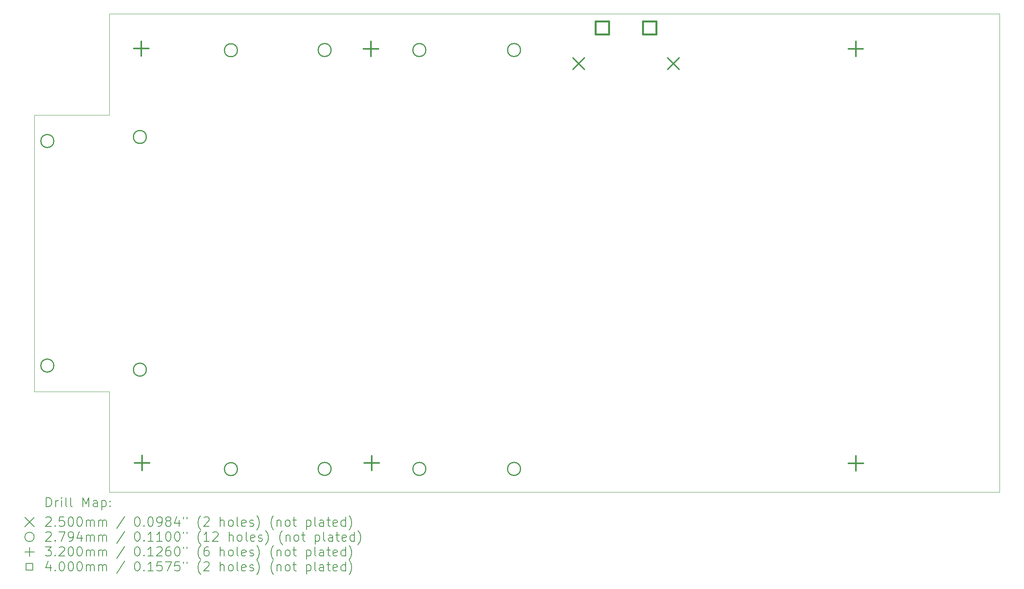
<source format=gbr>
%TF.GenerationSoftware,KiCad,Pcbnew,8.0.3*%
%TF.CreationDate,2024-06-16T17:33:43+02:00*%
%TF.ProjectId,csa_ultrabus_v2,6373615f-756c-4747-9261-6275735f7632,rev?*%
%TF.SameCoordinates,Original*%
%TF.FileFunction,Drillmap*%
%TF.FilePolarity,Positive*%
%FSLAX45Y45*%
G04 Gerber Fmt 4.5, Leading zero omitted, Abs format (unit mm)*
G04 Created by KiCad (PCBNEW 8.0.3) date 2024-06-16 17:33:43*
%MOMM*%
%LPD*%
G01*
G04 APERTURE LIST*
%ADD10C,0.050000*%
%ADD11C,0.200000*%
%ADD12C,0.250000*%
%ADD13C,0.279400*%
%ADD14C,0.320000*%
%ADD15C,0.400000*%
G04 APERTURE END LIST*
D10*
X5283200Y-15495761D02*
X24378920Y-15495761D01*
X5283200Y-5218819D02*
X5283200Y-7391400D01*
X3670300Y-7391400D02*
X5283200Y-7391400D01*
X24378920Y-5219700D02*
X5283200Y-5219700D01*
X5283200Y-13335000D02*
X5283200Y-15495761D01*
X24378920Y-15495761D02*
X24378920Y-5219700D01*
X3670300Y-13335000D02*
X5283200Y-13335000D01*
X3670300Y-7393940D02*
X3670300Y-13332460D01*
D11*
D12*
X15220745Y-6155776D02*
X15470745Y-6405776D01*
X15470745Y-6155776D02*
X15220745Y-6405776D01*
X17252745Y-6155776D02*
X17502745Y-6405776D01*
X17502745Y-6155776D02*
X17252745Y-6405776D01*
D13*
X4089400Y-7950200D02*
G75*
G02*
X3810000Y-7950200I-139700J0D01*
G01*
X3810000Y-7950200D02*
G75*
G02*
X4089400Y-7950200I139700J0D01*
G01*
X4089400Y-12776200D02*
G75*
G02*
X3810000Y-12776200I-139700J0D01*
G01*
X3810000Y-12776200D02*
G75*
G02*
X4089400Y-12776200I139700J0D01*
G01*
X6075680Y-7863200D02*
G75*
G02*
X5796280Y-7863200I-139700J0D01*
G01*
X5796280Y-7863200D02*
G75*
G02*
X6075680Y-7863200I139700J0D01*
G01*
X6075680Y-12863200D02*
G75*
G02*
X5796280Y-12863200I-139700J0D01*
G01*
X5796280Y-12863200D02*
G75*
G02*
X6075680Y-12863200I139700J0D01*
G01*
X8028940Y-5999480D02*
G75*
G02*
X7749540Y-5999480I-139700J0D01*
G01*
X7749540Y-5999480D02*
G75*
G02*
X8028940Y-5999480I139700J0D01*
G01*
X8028940Y-15001240D02*
G75*
G02*
X7749540Y-15001240I-139700J0D01*
G01*
X7749540Y-15001240D02*
G75*
G02*
X8028940Y-15001240I139700J0D01*
G01*
X10039465Y-5994881D02*
G75*
G02*
X9760065Y-5994881I-139700J0D01*
G01*
X9760065Y-5994881D02*
G75*
G02*
X10039465Y-5994881I139700J0D01*
G01*
X10039465Y-14996641D02*
G75*
G02*
X9760065Y-14996641I-139700J0D01*
G01*
X9760065Y-14996641D02*
G75*
G02*
X10039465Y-14996641I139700J0D01*
G01*
X12071465Y-5994881D02*
G75*
G02*
X11792065Y-5994881I-139700J0D01*
G01*
X11792065Y-5994881D02*
G75*
G02*
X12071465Y-5994881I139700J0D01*
G01*
X12071465Y-14996641D02*
G75*
G02*
X11792065Y-14996641I-139700J0D01*
G01*
X11792065Y-14996641D02*
G75*
G02*
X12071465Y-14996641I139700J0D01*
G01*
X14103465Y-5994881D02*
G75*
G02*
X13824065Y-5994881I-139700J0D01*
G01*
X13824065Y-5994881D02*
G75*
G02*
X14103465Y-5994881I139700J0D01*
G01*
X14103465Y-14996641D02*
G75*
G02*
X13824065Y-14996641I-139700J0D01*
G01*
X13824065Y-14996641D02*
G75*
G02*
X14103465Y-14996641I139700J0D01*
G01*
D14*
X5968266Y-5805345D02*
X5968266Y-6125345D01*
X5808266Y-5965345D02*
X6128266Y-5965345D01*
X5984443Y-14705172D02*
X5984443Y-15025172D01*
X5824443Y-14865172D02*
X6144443Y-14865172D01*
X10896600Y-5809000D02*
X10896600Y-6129000D01*
X10736600Y-5969000D02*
X11056600Y-5969000D01*
X10909300Y-14711700D02*
X10909300Y-15031700D01*
X10749300Y-14871700D02*
X11069300Y-14871700D01*
X21294928Y-5809000D02*
X21294928Y-6129000D01*
X21134928Y-5969000D02*
X21454928Y-5969000D01*
X21296313Y-14717261D02*
X21296313Y-15037261D01*
X21136313Y-14877261D02*
X21456313Y-14877261D01*
D15*
X15995168Y-5660199D02*
X15995168Y-5377353D01*
X15712322Y-5377353D01*
X15712322Y-5660199D01*
X15995168Y-5660199D01*
X17011168Y-5660199D02*
X17011168Y-5377353D01*
X16728322Y-5377353D01*
X16728322Y-5660199D01*
X17011168Y-5660199D01*
D11*
X3928577Y-15809745D02*
X3928577Y-15609745D01*
X3928577Y-15609745D02*
X3976196Y-15609745D01*
X3976196Y-15609745D02*
X4004767Y-15619269D01*
X4004767Y-15619269D02*
X4023815Y-15638316D01*
X4023815Y-15638316D02*
X4033339Y-15657364D01*
X4033339Y-15657364D02*
X4042862Y-15695459D01*
X4042862Y-15695459D02*
X4042862Y-15724031D01*
X4042862Y-15724031D02*
X4033339Y-15762126D01*
X4033339Y-15762126D02*
X4023815Y-15781173D01*
X4023815Y-15781173D02*
X4004767Y-15800221D01*
X4004767Y-15800221D02*
X3976196Y-15809745D01*
X3976196Y-15809745D02*
X3928577Y-15809745D01*
X4128577Y-15809745D02*
X4128577Y-15676412D01*
X4128577Y-15714507D02*
X4138101Y-15695459D01*
X4138101Y-15695459D02*
X4147624Y-15685935D01*
X4147624Y-15685935D02*
X4166672Y-15676412D01*
X4166672Y-15676412D02*
X4185720Y-15676412D01*
X4252386Y-15809745D02*
X4252386Y-15676412D01*
X4252386Y-15609745D02*
X4242863Y-15619269D01*
X4242863Y-15619269D02*
X4252386Y-15628793D01*
X4252386Y-15628793D02*
X4261910Y-15619269D01*
X4261910Y-15619269D02*
X4252386Y-15609745D01*
X4252386Y-15609745D02*
X4252386Y-15628793D01*
X4376196Y-15809745D02*
X4357148Y-15800221D01*
X4357148Y-15800221D02*
X4347624Y-15781173D01*
X4347624Y-15781173D02*
X4347624Y-15609745D01*
X4480958Y-15809745D02*
X4461910Y-15800221D01*
X4461910Y-15800221D02*
X4452386Y-15781173D01*
X4452386Y-15781173D02*
X4452386Y-15609745D01*
X4709529Y-15809745D02*
X4709529Y-15609745D01*
X4709529Y-15609745D02*
X4776196Y-15752602D01*
X4776196Y-15752602D02*
X4842863Y-15609745D01*
X4842863Y-15609745D02*
X4842863Y-15809745D01*
X5023815Y-15809745D02*
X5023815Y-15704983D01*
X5023815Y-15704983D02*
X5014291Y-15685935D01*
X5014291Y-15685935D02*
X4995244Y-15676412D01*
X4995244Y-15676412D02*
X4957148Y-15676412D01*
X4957148Y-15676412D02*
X4938101Y-15685935D01*
X5023815Y-15800221D02*
X5004767Y-15809745D01*
X5004767Y-15809745D02*
X4957148Y-15809745D01*
X4957148Y-15809745D02*
X4938101Y-15800221D01*
X4938101Y-15800221D02*
X4928577Y-15781173D01*
X4928577Y-15781173D02*
X4928577Y-15762126D01*
X4928577Y-15762126D02*
X4938101Y-15743078D01*
X4938101Y-15743078D02*
X4957148Y-15733554D01*
X4957148Y-15733554D02*
X5004767Y-15733554D01*
X5004767Y-15733554D02*
X5023815Y-15724031D01*
X5119053Y-15676412D02*
X5119053Y-15876412D01*
X5119053Y-15685935D02*
X5138101Y-15676412D01*
X5138101Y-15676412D02*
X5176196Y-15676412D01*
X5176196Y-15676412D02*
X5195244Y-15685935D01*
X5195244Y-15685935D02*
X5204767Y-15695459D01*
X5204767Y-15695459D02*
X5214291Y-15714507D01*
X5214291Y-15714507D02*
X5214291Y-15771650D01*
X5214291Y-15771650D02*
X5204767Y-15790697D01*
X5204767Y-15790697D02*
X5195244Y-15800221D01*
X5195244Y-15800221D02*
X5176196Y-15809745D01*
X5176196Y-15809745D02*
X5138101Y-15809745D01*
X5138101Y-15809745D02*
X5119053Y-15800221D01*
X5300005Y-15790697D02*
X5309529Y-15800221D01*
X5309529Y-15800221D02*
X5300005Y-15809745D01*
X5300005Y-15809745D02*
X5290482Y-15800221D01*
X5290482Y-15800221D02*
X5300005Y-15790697D01*
X5300005Y-15790697D02*
X5300005Y-15809745D01*
X5300005Y-15685935D02*
X5309529Y-15695459D01*
X5309529Y-15695459D02*
X5300005Y-15704983D01*
X5300005Y-15704983D02*
X5290482Y-15695459D01*
X5290482Y-15695459D02*
X5300005Y-15685935D01*
X5300005Y-15685935D02*
X5300005Y-15704983D01*
X3467800Y-16038261D02*
X3667800Y-16238261D01*
X3667800Y-16038261D02*
X3467800Y-16238261D01*
X3919053Y-16048793D02*
X3928577Y-16039269D01*
X3928577Y-16039269D02*
X3947624Y-16029745D01*
X3947624Y-16029745D02*
X3995243Y-16029745D01*
X3995243Y-16029745D02*
X4014291Y-16039269D01*
X4014291Y-16039269D02*
X4023815Y-16048793D01*
X4023815Y-16048793D02*
X4033339Y-16067840D01*
X4033339Y-16067840D02*
X4033339Y-16086888D01*
X4033339Y-16086888D02*
X4023815Y-16115459D01*
X4023815Y-16115459D02*
X3909529Y-16229745D01*
X3909529Y-16229745D02*
X4033339Y-16229745D01*
X4119053Y-16210697D02*
X4128577Y-16220221D01*
X4128577Y-16220221D02*
X4119053Y-16229745D01*
X4119053Y-16229745D02*
X4109529Y-16220221D01*
X4109529Y-16220221D02*
X4119053Y-16210697D01*
X4119053Y-16210697D02*
X4119053Y-16229745D01*
X4309529Y-16029745D02*
X4214291Y-16029745D01*
X4214291Y-16029745D02*
X4204767Y-16124983D01*
X4204767Y-16124983D02*
X4214291Y-16115459D01*
X4214291Y-16115459D02*
X4233339Y-16105935D01*
X4233339Y-16105935D02*
X4280958Y-16105935D01*
X4280958Y-16105935D02*
X4300005Y-16115459D01*
X4300005Y-16115459D02*
X4309529Y-16124983D01*
X4309529Y-16124983D02*
X4319053Y-16144031D01*
X4319053Y-16144031D02*
X4319053Y-16191650D01*
X4319053Y-16191650D02*
X4309529Y-16210697D01*
X4309529Y-16210697D02*
X4300005Y-16220221D01*
X4300005Y-16220221D02*
X4280958Y-16229745D01*
X4280958Y-16229745D02*
X4233339Y-16229745D01*
X4233339Y-16229745D02*
X4214291Y-16220221D01*
X4214291Y-16220221D02*
X4204767Y-16210697D01*
X4442863Y-16029745D02*
X4461910Y-16029745D01*
X4461910Y-16029745D02*
X4480958Y-16039269D01*
X4480958Y-16039269D02*
X4490482Y-16048793D01*
X4490482Y-16048793D02*
X4500005Y-16067840D01*
X4500005Y-16067840D02*
X4509529Y-16105935D01*
X4509529Y-16105935D02*
X4509529Y-16153554D01*
X4509529Y-16153554D02*
X4500005Y-16191650D01*
X4500005Y-16191650D02*
X4490482Y-16210697D01*
X4490482Y-16210697D02*
X4480958Y-16220221D01*
X4480958Y-16220221D02*
X4461910Y-16229745D01*
X4461910Y-16229745D02*
X4442863Y-16229745D01*
X4442863Y-16229745D02*
X4423815Y-16220221D01*
X4423815Y-16220221D02*
X4414291Y-16210697D01*
X4414291Y-16210697D02*
X4404767Y-16191650D01*
X4404767Y-16191650D02*
X4395244Y-16153554D01*
X4395244Y-16153554D02*
X4395244Y-16105935D01*
X4395244Y-16105935D02*
X4404767Y-16067840D01*
X4404767Y-16067840D02*
X4414291Y-16048793D01*
X4414291Y-16048793D02*
X4423815Y-16039269D01*
X4423815Y-16039269D02*
X4442863Y-16029745D01*
X4633339Y-16029745D02*
X4652386Y-16029745D01*
X4652386Y-16029745D02*
X4671434Y-16039269D01*
X4671434Y-16039269D02*
X4680958Y-16048793D01*
X4680958Y-16048793D02*
X4690482Y-16067840D01*
X4690482Y-16067840D02*
X4700005Y-16105935D01*
X4700005Y-16105935D02*
X4700005Y-16153554D01*
X4700005Y-16153554D02*
X4690482Y-16191650D01*
X4690482Y-16191650D02*
X4680958Y-16210697D01*
X4680958Y-16210697D02*
X4671434Y-16220221D01*
X4671434Y-16220221D02*
X4652386Y-16229745D01*
X4652386Y-16229745D02*
X4633339Y-16229745D01*
X4633339Y-16229745D02*
X4614291Y-16220221D01*
X4614291Y-16220221D02*
X4604767Y-16210697D01*
X4604767Y-16210697D02*
X4595244Y-16191650D01*
X4595244Y-16191650D02*
X4585720Y-16153554D01*
X4585720Y-16153554D02*
X4585720Y-16105935D01*
X4585720Y-16105935D02*
X4595244Y-16067840D01*
X4595244Y-16067840D02*
X4604767Y-16048793D01*
X4604767Y-16048793D02*
X4614291Y-16039269D01*
X4614291Y-16039269D02*
X4633339Y-16029745D01*
X4785720Y-16229745D02*
X4785720Y-16096412D01*
X4785720Y-16115459D02*
X4795244Y-16105935D01*
X4795244Y-16105935D02*
X4814291Y-16096412D01*
X4814291Y-16096412D02*
X4842863Y-16096412D01*
X4842863Y-16096412D02*
X4861910Y-16105935D01*
X4861910Y-16105935D02*
X4871434Y-16124983D01*
X4871434Y-16124983D02*
X4871434Y-16229745D01*
X4871434Y-16124983D02*
X4880958Y-16105935D01*
X4880958Y-16105935D02*
X4900005Y-16096412D01*
X4900005Y-16096412D02*
X4928577Y-16096412D01*
X4928577Y-16096412D02*
X4947625Y-16105935D01*
X4947625Y-16105935D02*
X4957148Y-16124983D01*
X4957148Y-16124983D02*
X4957148Y-16229745D01*
X5052386Y-16229745D02*
X5052386Y-16096412D01*
X5052386Y-16115459D02*
X5061910Y-16105935D01*
X5061910Y-16105935D02*
X5080958Y-16096412D01*
X5080958Y-16096412D02*
X5109529Y-16096412D01*
X5109529Y-16096412D02*
X5128577Y-16105935D01*
X5128577Y-16105935D02*
X5138101Y-16124983D01*
X5138101Y-16124983D02*
X5138101Y-16229745D01*
X5138101Y-16124983D02*
X5147625Y-16105935D01*
X5147625Y-16105935D02*
X5166672Y-16096412D01*
X5166672Y-16096412D02*
X5195244Y-16096412D01*
X5195244Y-16096412D02*
X5214291Y-16105935D01*
X5214291Y-16105935D02*
X5223815Y-16124983D01*
X5223815Y-16124983D02*
X5223815Y-16229745D01*
X5614291Y-16020221D02*
X5442863Y-16277364D01*
X5871434Y-16029745D02*
X5890482Y-16029745D01*
X5890482Y-16029745D02*
X5909529Y-16039269D01*
X5909529Y-16039269D02*
X5919053Y-16048793D01*
X5919053Y-16048793D02*
X5928577Y-16067840D01*
X5928577Y-16067840D02*
X5938101Y-16105935D01*
X5938101Y-16105935D02*
X5938101Y-16153554D01*
X5938101Y-16153554D02*
X5928577Y-16191650D01*
X5928577Y-16191650D02*
X5919053Y-16210697D01*
X5919053Y-16210697D02*
X5909529Y-16220221D01*
X5909529Y-16220221D02*
X5890482Y-16229745D01*
X5890482Y-16229745D02*
X5871434Y-16229745D01*
X5871434Y-16229745D02*
X5852386Y-16220221D01*
X5852386Y-16220221D02*
X5842863Y-16210697D01*
X5842863Y-16210697D02*
X5833339Y-16191650D01*
X5833339Y-16191650D02*
X5823815Y-16153554D01*
X5823815Y-16153554D02*
X5823815Y-16105935D01*
X5823815Y-16105935D02*
X5833339Y-16067840D01*
X5833339Y-16067840D02*
X5842863Y-16048793D01*
X5842863Y-16048793D02*
X5852386Y-16039269D01*
X5852386Y-16039269D02*
X5871434Y-16029745D01*
X6023815Y-16210697D02*
X6033339Y-16220221D01*
X6033339Y-16220221D02*
X6023815Y-16229745D01*
X6023815Y-16229745D02*
X6014291Y-16220221D01*
X6014291Y-16220221D02*
X6023815Y-16210697D01*
X6023815Y-16210697D02*
X6023815Y-16229745D01*
X6157148Y-16029745D02*
X6176196Y-16029745D01*
X6176196Y-16029745D02*
X6195244Y-16039269D01*
X6195244Y-16039269D02*
X6204767Y-16048793D01*
X6204767Y-16048793D02*
X6214291Y-16067840D01*
X6214291Y-16067840D02*
X6223815Y-16105935D01*
X6223815Y-16105935D02*
X6223815Y-16153554D01*
X6223815Y-16153554D02*
X6214291Y-16191650D01*
X6214291Y-16191650D02*
X6204767Y-16210697D01*
X6204767Y-16210697D02*
X6195244Y-16220221D01*
X6195244Y-16220221D02*
X6176196Y-16229745D01*
X6176196Y-16229745D02*
X6157148Y-16229745D01*
X6157148Y-16229745D02*
X6138101Y-16220221D01*
X6138101Y-16220221D02*
X6128577Y-16210697D01*
X6128577Y-16210697D02*
X6119053Y-16191650D01*
X6119053Y-16191650D02*
X6109529Y-16153554D01*
X6109529Y-16153554D02*
X6109529Y-16105935D01*
X6109529Y-16105935D02*
X6119053Y-16067840D01*
X6119053Y-16067840D02*
X6128577Y-16048793D01*
X6128577Y-16048793D02*
X6138101Y-16039269D01*
X6138101Y-16039269D02*
X6157148Y-16029745D01*
X6319053Y-16229745D02*
X6357148Y-16229745D01*
X6357148Y-16229745D02*
X6376196Y-16220221D01*
X6376196Y-16220221D02*
X6385720Y-16210697D01*
X6385720Y-16210697D02*
X6404767Y-16182126D01*
X6404767Y-16182126D02*
X6414291Y-16144031D01*
X6414291Y-16144031D02*
X6414291Y-16067840D01*
X6414291Y-16067840D02*
X6404767Y-16048793D01*
X6404767Y-16048793D02*
X6395244Y-16039269D01*
X6395244Y-16039269D02*
X6376196Y-16029745D01*
X6376196Y-16029745D02*
X6338101Y-16029745D01*
X6338101Y-16029745D02*
X6319053Y-16039269D01*
X6319053Y-16039269D02*
X6309529Y-16048793D01*
X6309529Y-16048793D02*
X6300006Y-16067840D01*
X6300006Y-16067840D02*
X6300006Y-16115459D01*
X6300006Y-16115459D02*
X6309529Y-16134507D01*
X6309529Y-16134507D02*
X6319053Y-16144031D01*
X6319053Y-16144031D02*
X6338101Y-16153554D01*
X6338101Y-16153554D02*
X6376196Y-16153554D01*
X6376196Y-16153554D02*
X6395244Y-16144031D01*
X6395244Y-16144031D02*
X6404767Y-16134507D01*
X6404767Y-16134507D02*
X6414291Y-16115459D01*
X6528577Y-16115459D02*
X6509529Y-16105935D01*
X6509529Y-16105935D02*
X6500006Y-16096412D01*
X6500006Y-16096412D02*
X6490482Y-16077364D01*
X6490482Y-16077364D02*
X6490482Y-16067840D01*
X6490482Y-16067840D02*
X6500006Y-16048793D01*
X6500006Y-16048793D02*
X6509529Y-16039269D01*
X6509529Y-16039269D02*
X6528577Y-16029745D01*
X6528577Y-16029745D02*
X6566672Y-16029745D01*
X6566672Y-16029745D02*
X6585720Y-16039269D01*
X6585720Y-16039269D02*
X6595244Y-16048793D01*
X6595244Y-16048793D02*
X6604767Y-16067840D01*
X6604767Y-16067840D02*
X6604767Y-16077364D01*
X6604767Y-16077364D02*
X6595244Y-16096412D01*
X6595244Y-16096412D02*
X6585720Y-16105935D01*
X6585720Y-16105935D02*
X6566672Y-16115459D01*
X6566672Y-16115459D02*
X6528577Y-16115459D01*
X6528577Y-16115459D02*
X6509529Y-16124983D01*
X6509529Y-16124983D02*
X6500006Y-16134507D01*
X6500006Y-16134507D02*
X6490482Y-16153554D01*
X6490482Y-16153554D02*
X6490482Y-16191650D01*
X6490482Y-16191650D02*
X6500006Y-16210697D01*
X6500006Y-16210697D02*
X6509529Y-16220221D01*
X6509529Y-16220221D02*
X6528577Y-16229745D01*
X6528577Y-16229745D02*
X6566672Y-16229745D01*
X6566672Y-16229745D02*
X6585720Y-16220221D01*
X6585720Y-16220221D02*
X6595244Y-16210697D01*
X6595244Y-16210697D02*
X6604767Y-16191650D01*
X6604767Y-16191650D02*
X6604767Y-16153554D01*
X6604767Y-16153554D02*
X6595244Y-16134507D01*
X6595244Y-16134507D02*
X6585720Y-16124983D01*
X6585720Y-16124983D02*
X6566672Y-16115459D01*
X6776196Y-16096412D02*
X6776196Y-16229745D01*
X6728577Y-16020221D02*
X6680958Y-16163078D01*
X6680958Y-16163078D02*
X6804767Y-16163078D01*
X6871434Y-16029745D02*
X6871434Y-16067840D01*
X6947625Y-16029745D02*
X6947625Y-16067840D01*
X7242863Y-16305935D02*
X7233339Y-16296412D01*
X7233339Y-16296412D02*
X7214291Y-16267840D01*
X7214291Y-16267840D02*
X7204768Y-16248793D01*
X7204768Y-16248793D02*
X7195244Y-16220221D01*
X7195244Y-16220221D02*
X7185720Y-16172602D01*
X7185720Y-16172602D02*
X7185720Y-16134507D01*
X7185720Y-16134507D02*
X7195244Y-16086888D01*
X7195244Y-16086888D02*
X7204768Y-16058316D01*
X7204768Y-16058316D02*
X7214291Y-16039269D01*
X7214291Y-16039269D02*
X7233339Y-16010697D01*
X7233339Y-16010697D02*
X7242863Y-16001173D01*
X7309529Y-16048793D02*
X7319053Y-16039269D01*
X7319053Y-16039269D02*
X7338101Y-16029745D01*
X7338101Y-16029745D02*
X7385720Y-16029745D01*
X7385720Y-16029745D02*
X7404768Y-16039269D01*
X7404768Y-16039269D02*
X7414291Y-16048793D01*
X7414291Y-16048793D02*
X7423815Y-16067840D01*
X7423815Y-16067840D02*
X7423815Y-16086888D01*
X7423815Y-16086888D02*
X7414291Y-16115459D01*
X7414291Y-16115459D02*
X7300006Y-16229745D01*
X7300006Y-16229745D02*
X7423815Y-16229745D01*
X7661910Y-16229745D02*
X7661910Y-16029745D01*
X7747625Y-16229745D02*
X7747625Y-16124983D01*
X7747625Y-16124983D02*
X7738101Y-16105935D01*
X7738101Y-16105935D02*
X7719053Y-16096412D01*
X7719053Y-16096412D02*
X7690482Y-16096412D01*
X7690482Y-16096412D02*
X7671434Y-16105935D01*
X7671434Y-16105935D02*
X7661910Y-16115459D01*
X7871434Y-16229745D02*
X7852387Y-16220221D01*
X7852387Y-16220221D02*
X7842863Y-16210697D01*
X7842863Y-16210697D02*
X7833339Y-16191650D01*
X7833339Y-16191650D02*
X7833339Y-16134507D01*
X7833339Y-16134507D02*
X7842863Y-16115459D01*
X7842863Y-16115459D02*
X7852387Y-16105935D01*
X7852387Y-16105935D02*
X7871434Y-16096412D01*
X7871434Y-16096412D02*
X7900006Y-16096412D01*
X7900006Y-16096412D02*
X7919053Y-16105935D01*
X7919053Y-16105935D02*
X7928577Y-16115459D01*
X7928577Y-16115459D02*
X7938101Y-16134507D01*
X7938101Y-16134507D02*
X7938101Y-16191650D01*
X7938101Y-16191650D02*
X7928577Y-16210697D01*
X7928577Y-16210697D02*
X7919053Y-16220221D01*
X7919053Y-16220221D02*
X7900006Y-16229745D01*
X7900006Y-16229745D02*
X7871434Y-16229745D01*
X8052387Y-16229745D02*
X8033339Y-16220221D01*
X8033339Y-16220221D02*
X8023815Y-16201173D01*
X8023815Y-16201173D02*
X8023815Y-16029745D01*
X8204768Y-16220221D02*
X8185720Y-16229745D01*
X8185720Y-16229745D02*
X8147625Y-16229745D01*
X8147625Y-16229745D02*
X8128577Y-16220221D01*
X8128577Y-16220221D02*
X8119053Y-16201173D01*
X8119053Y-16201173D02*
X8119053Y-16124983D01*
X8119053Y-16124983D02*
X8128577Y-16105935D01*
X8128577Y-16105935D02*
X8147625Y-16096412D01*
X8147625Y-16096412D02*
X8185720Y-16096412D01*
X8185720Y-16096412D02*
X8204768Y-16105935D01*
X8204768Y-16105935D02*
X8214291Y-16124983D01*
X8214291Y-16124983D02*
X8214291Y-16144031D01*
X8214291Y-16144031D02*
X8119053Y-16163078D01*
X8290482Y-16220221D02*
X8309530Y-16229745D01*
X8309530Y-16229745D02*
X8347625Y-16229745D01*
X8347625Y-16229745D02*
X8366672Y-16220221D01*
X8366672Y-16220221D02*
X8376196Y-16201173D01*
X8376196Y-16201173D02*
X8376196Y-16191650D01*
X8376196Y-16191650D02*
X8366672Y-16172602D01*
X8366672Y-16172602D02*
X8347625Y-16163078D01*
X8347625Y-16163078D02*
X8319053Y-16163078D01*
X8319053Y-16163078D02*
X8300006Y-16153554D01*
X8300006Y-16153554D02*
X8290482Y-16134507D01*
X8290482Y-16134507D02*
X8290482Y-16124983D01*
X8290482Y-16124983D02*
X8300006Y-16105935D01*
X8300006Y-16105935D02*
X8319053Y-16096412D01*
X8319053Y-16096412D02*
X8347625Y-16096412D01*
X8347625Y-16096412D02*
X8366672Y-16105935D01*
X8442863Y-16305935D02*
X8452387Y-16296412D01*
X8452387Y-16296412D02*
X8471434Y-16267840D01*
X8471434Y-16267840D02*
X8480958Y-16248793D01*
X8480958Y-16248793D02*
X8490482Y-16220221D01*
X8490482Y-16220221D02*
X8500006Y-16172602D01*
X8500006Y-16172602D02*
X8500006Y-16134507D01*
X8500006Y-16134507D02*
X8490482Y-16086888D01*
X8490482Y-16086888D02*
X8480958Y-16058316D01*
X8480958Y-16058316D02*
X8471434Y-16039269D01*
X8471434Y-16039269D02*
X8452387Y-16010697D01*
X8452387Y-16010697D02*
X8442863Y-16001173D01*
X8804768Y-16305935D02*
X8795244Y-16296412D01*
X8795244Y-16296412D02*
X8776196Y-16267840D01*
X8776196Y-16267840D02*
X8766673Y-16248793D01*
X8766673Y-16248793D02*
X8757149Y-16220221D01*
X8757149Y-16220221D02*
X8747625Y-16172602D01*
X8747625Y-16172602D02*
X8747625Y-16134507D01*
X8747625Y-16134507D02*
X8757149Y-16086888D01*
X8757149Y-16086888D02*
X8766673Y-16058316D01*
X8766673Y-16058316D02*
X8776196Y-16039269D01*
X8776196Y-16039269D02*
X8795244Y-16010697D01*
X8795244Y-16010697D02*
X8804768Y-16001173D01*
X8880958Y-16096412D02*
X8880958Y-16229745D01*
X8880958Y-16115459D02*
X8890482Y-16105935D01*
X8890482Y-16105935D02*
X8909530Y-16096412D01*
X8909530Y-16096412D02*
X8938101Y-16096412D01*
X8938101Y-16096412D02*
X8957149Y-16105935D01*
X8957149Y-16105935D02*
X8966673Y-16124983D01*
X8966673Y-16124983D02*
X8966673Y-16229745D01*
X9090482Y-16229745D02*
X9071434Y-16220221D01*
X9071434Y-16220221D02*
X9061911Y-16210697D01*
X9061911Y-16210697D02*
X9052387Y-16191650D01*
X9052387Y-16191650D02*
X9052387Y-16134507D01*
X9052387Y-16134507D02*
X9061911Y-16115459D01*
X9061911Y-16115459D02*
X9071434Y-16105935D01*
X9071434Y-16105935D02*
X9090482Y-16096412D01*
X9090482Y-16096412D02*
X9119054Y-16096412D01*
X9119054Y-16096412D02*
X9138101Y-16105935D01*
X9138101Y-16105935D02*
X9147625Y-16115459D01*
X9147625Y-16115459D02*
X9157149Y-16134507D01*
X9157149Y-16134507D02*
X9157149Y-16191650D01*
X9157149Y-16191650D02*
X9147625Y-16210697D01*
X9147625Y-16210697D02*
X9138101Y-16220221D01*
X9138101Y-16220221D02*
X9119054Y-16229745D01*
X9119054Y-16229745D02*
X9090482Y-16229745D01*
X9214292Y-16096412D02*
X9290482Y-16096412D01*
X9242863Y-16029745D02*
X9242863Y-16201173D01*
X9242863Y-16201173D02*
X9252387Y-16220221D01*
X9252387Y-16220221D02*
X9271434Y-16229745D01*
X9271434Y-16229745D02*
X9290482Y-16229745D01*
X9509530Y-16096412D02*
X9509530Y-16296412D01*
X9509530Y-16105935D02*
X9528577Y-16096412D01*
X9528577Y-16096412D02*
X9566673Y-16096412D01*
X9566673Y-16096412D02*
X9585720Y-16105935D01*
X9585720Y-16105935D02*
X9595244Y-16115459D01*
X9595244Y-16115459D02*
X9604768Y-16134507D01*
X9604768Y-16134507D02*
X9604768Y-16191650D01*
X9604768Y-16191650D02*
X9595244Y-16210697D01*
X9595244Y-16210697D02*
X9585720Y-16220221D01*
X9585720Y-16220221D02*
X9566673Y-16229745D01*
X9566673Y-16229745D02*
X9528577Y-16229745D01*
X9528577Y-16229745D02*
X9509530Y-16220221D01*
X9719054Y-16229745D02*
X9700006Y-16220221D01*
X9700006Y-16220221D02*
X9690482Y-16201173D01*
X9690482Y-16201173D02*
X9690482Y-16029745D01*
X9880958Y-16229745D02*
X9880958Y-16124983D01*
X9880958Y-16124983D02*
X9871435Y-16105935D01*
X9871435Y-16105935D02*
X9852387Y-16096412D01*
X9852387Y-16096412D02*
X9814292Y-16096412D01*
X9814292Y-16096412D02*
X9795244Y-16105935D01*
X9880958Y-16220221D02*
X9861911Y-16229745D01*
X9861911Y-16229745D02*
X9814292Y-16229745D01*
X9814292Y-16229745D02*
X9795244Y-16220221D01*
X9795244Y-16220221D02*
X9785720Y-16201173D01*
X9785720Y-16201173D02*
X9785720Y-16182126D01*
X9785720Y-16182126D02*
X9795244Y-16163078D01*
X9795244Y-16163078D02*
X9814292Y-16153554D01*
X9814292Y-16153554D02*
X9861911Y-16153554D01*
X9861911Y-16153554D02*
X9880958Y-16144031D01*
X9947625Y-16096412D02*
X10023815Y-16096412D01*
X9976196Y-16029745D02*
X9976196Y-16201173D01*
X9976196Y-16201173D02*
X9985720Y-16220221D01*
X9985720Y-16220221D02*
X10004768Y-16229745D01*
X10004768Y-16229745D02*
X10023815Y-16229745D01*
X10166673Y-16220221D02*
X10147625Y-16229745D01*
X10147625Y-16229745D02*
X10109530Y-16229745D01*
X10109530Y-16229745D02*
X10090482Y-16220221D01*
X10090482Y-16220221D02*
X10080958Y-16201173D01*
X10080958Y-16201173D02*
X10080958Y-16124983D01*
X10080958Y-16124983D02*
X10090482Y-16105935D01*
X10090482Y-16105935D02*
X10109530Y-16096412D01*
X10109530Y-16096412D02*
X10147625Y-16096412D01*
X10147625Y-16096412D02*
X10166673Y-16105935D01*
X10166673Y-16105935D02*
X10176196Y-16124983D01*
X10176196Y-16124983D02*
X10176196Y-16144031D01*
X10176196Y-16144031D02*
X10080958Y-16163078D01*
X10347625Y-16229745D02*
X10347625Y-16029745D01*
X10347625Y-16220221D02*
X10328577Y-16229745D01*
X10328577Y-16229745D02*
X10290482Y-16229745D01*
X10290482Y-16229745D02*
X10271435Y-16220221D01*
X10271435Y-16220221D02*
X10261911Y-16210697D01*
X10261911Y-16210697D02*
X10252387Y-16191650D01*
X10252387Y-16191650D02*
X10252387Y-16134507D01*
X10252387Y-16134507D02*
X10261911Y-16115459D01*
X10261911Y-16115459D02*
X10271435Y-16105935D01*
X10271435Y-16105935D02*
X10290482Y-16096412D01*
X10290482Y-16096412D02*
X10328577Y-16096412D01*
X10328577Y-16096412D02*
X10347625Y-16105935D01*
X10423816Y-16305935D02*
X10433339Y-16296412D01*
X10433339Y-16296412D02*
X10452387Y-16267840D01*
X10452387Y-16267840D02*
X10461911Y-16248793D01*
X10461911Y-16248793D02*
X10471435Y-16220221D01*
X10471435Y-16220221D02*
X10480958Y-16172602D01*
X10480958Y-16172602D02*
X10480958Y-16134507D01*
X10480958Y-16134507D02*
X10471435Y-16086888D01*
X10471435Y-16086888D02*
X10461911Y-16058316D01*
X10461911Y-16058316D02*
X10452387Y-16039269D01*
X10452387Y-16039269D02*
X10433339Y-16010697D01*
X10433339Y-16010697D02*
X10423816Y-16001173D01*
X3667800Y-16458261D02*
G75*
G02*
X3467800Y-16458261I-100000J0D01*
G01*
X3467800Y-16458261D02*
G75*
G02*
X3667800Y-16458261I100000J0D01*
G01*
X3919053Y-16368793D02*
X3928577Y-16359269D01*
X3928577Y-16359269D02*
X3947624Y-16349745D01*
X3947624Y-16349745D02*
X3995243Y-16349745D01*
X3995243Y-16349745D02*
X4014291Y-16359269D01*
X4014291Y-16359269D02*
X4023815Y-16368793D01*
X4023815Y-16368793D02*
X4033339Y-16387840D01*
X4033339Y-16387840D02*
X4033339Y-16406888D01*
X4033339Y-16406888D02*
X4023815Y-16435459D01*
X4023815Y-16435459D02*
X3909529Y-16549745D01*
X3909529Y-16549745D02*
X4033339Y-16549745D01*
X4119053Y-16530697D02*
X4128577Y-16540221D01*
X4128577Y-16540221D02*
X4119053Y-16549745D01*
X4119053Y-16549745D02*
X4109529Y-16540221D01*
X4109529Y-16540221D02*
X4119053Y-16530697D01*
X4119053Y-16530697D02*
X4119053Y-16549745D01*
X4195244Y-16349745D02*
X4328577Y-16349745D01*
X4328577Y-16349745D02*
X4242863Y-16549745D01*
X4414291Y-16549745D02*
X4452386Y-16549745D01*
X4452386Y-16549745D02*
X4471434Y-16540221D01*
X4471434Y-16540221D02*
X4480958Y-16530697D01*
X4480958Y-16530697D02*
X4500005Y-16502126D01*
X4500005Y-16502126D02*
X4509529Y-16464031D01*
X4509529Y-16464031D02*
X4509529Y-16387840D01*
X4509529Y-16387840D02*
X4500005Y-16368793D01*
X4500005Y-16368793D02*
X4490482Y-16359269D01*
X4490482Y-16359269D02*
X4471434Y-16349745D01*
X4471434Y-16349745D02*
X4433339Y-16349745D01*
X4433339Y-16349745D02*
X4414291Y-16359269D01*
X4414291Y-16359269D02*
X4404767Y-16368793D01*
X4404767Y-16368793D02*
X4395244Y-16387840D01*
X4395244Y-16387840D02*
X4395244Y-16435459D01*
X4395244Y-16435459D02*
X4404767Y-16454507D01*
X4404767Y-16454507D02*
X4414291Y-16464031D01*
X4414291Y-16464031D02*
X4433339Y-16473554D01*
X4433339Y-16473554D02*
X4471434Y-16473554D01*
X4471434Y-16473554D02*
X4490482Y-16464031D01*
X4490482Y-16464031D02*
X4500005Y-16454507D01*
X4500005Y-16454507D02*
X4509529Y-16435459D01*
X4680958Y-16416412D02*
X4680958Y-16549745D01*
X4633339Y-16340221D02*
X4585720Y-16483078D01*
X4585720Y-16483078D02*
X4709529Y-16483078D01*
X4785720Y-16549745D02*
X4785720Y-16416412D01*
X4785720Y-16435459D02*
X4795244Y-16425935D01*
X4795244Y-16425935D02*
X4814291Y-16416412D01*
X4814291Y-16416412D02*
X4842863Y-16416412D01*
X4842863Y-16416412D02*
X4861910Y-16425935D01*
X4861910Y-16425935D02*
X4871434Y-16444983D01*
X4871434Y-16444983D02*
X4871434Y-16549745D01*
X4871434Y-16444983D02*
X4880958Y-16425935D01*
X4880958Y-16425935D02*
X4900005Y-16416412D01*
X4900005Y-16416412D02*
X4928577Y-16416412D01*
X4928577Y-16416412D02*
X4947625Y-16425935D01*
X4947625Y-16425935D02*
X4957148Y-16444983D01*
X4957148Y-16444983D02*
X4957148Y-16549745D01*
X5052386Y-16549745D02*
X5052386Y-16416412D01*
X5052386Y-16435459D02*
X5061910Y-16425935D01*
X5061910Y-16425935D02*
X5080958Y-16416412D01*
X5080958Y-16416412D02*
X5109529Y-16416412D01*
X5109529Y-16416412D02*
X5128577Y-16425935D01*
X5128577Y-16425935D02*
X5138101Y-16444983D01*
X5138101Y-16444983D02*
X5138101Y-16549745D01*
X5138101Y-16444983D02*
X5147625Y-16425935D01*
X5147625Y-16425935D02*
X5166672Y-16416412D01*
X5166672Y-16416412D02*
X5195244Y-16416412D01*
X5195244Y-16416412D02*
X5214291Y-16425935D01*
X5214291Y-16425935D02*
X5223815Y-16444983D01*
X5223815Y-16444983D02*
X5223815Y-16549745D01*
X5614291Y-16340221D02*
X5442863Y-16597364D01*
X5871434Y-16349745D02*
X5890482Y-16349745D01*
X5890482Y-16349745D02*
X5909529Y-16359269D01*
X5909529Y-16359269D02*
X5919053Y-16368793D01*
X5919053Y-16368793D02*
X5928577Y-16387840D01*
X5928577Y-16387840D02*
X5938101Y-16425935D01*
X5938101Y-16425935D02*
X5938101Y-16473554D01*
X5938101Y-16473554D02*
X5928577Y-16511650D01*
X5928577Y-16511650D02*
X5919053Y-16530697D01*
X5919053Y-16530697D02*
X5909529Y-16540221D01*
X5909529Y-16540221D02*
X5890482Y-16549745D01*
X5890482Y-16549745D02*
X5871434Y-16549745D01*
X5871434Y-16549745D02*
X5852386Y-16540221D01*
X5852386Y-16540221D02*
X5842863Y-16530697D01*
X5842863Y-16530697D02*
X5833339Y-16511650D01*
X5833339Y-16511650D02*
X5823815Y-16473554D01*
X5823815Y-16473554D02*
X5823815Y-16425935D01*
X5823815Y-16425935D02*
X5833339Y-16387840D01*
X5833339Y-16387840D02*
X5842863Y-16368793D01*
X5842863Y-16368793D02*
X5852386Y-16359269D01*
X5852386Y-16359269D02*
X5871434Y-16349745D01*
X6023815Y-16530697D02*
X6033339Y-16540221D01*
X6033339Y-16540221D02*
X6023815Y-16549745D01*
X6023815Y-16549745D02*
X6014291Y-16540221D01*
X6014291Y-16540221D02*
X6023815Y-16530697D01*
X6023815Y-16530697D02*
X6023815Y-16549745D01*
X6223815Y-16549745D02*
X6109529Y-16549745D01*
X6166672Y-16549745D02*
X6166672Y-16349745D01*
X6166672Y-16349745D02*
X6147625Y-16378316D01*
X6147625Y-16378316D02*
X6128577Y-16397364D01*
X6128577Y-16397364D02*
X6109529Y-16406888D01*
X6414291Y-16549745D02*
X6300006Y-16549745D01*
X6357148Y-16549745D02*
X6357148Y-16349745D01*
X6357148Y-16349745D02*
X6338101Y-16378316D01*
X6338101Y-16378316D02*
X6319053Y-16397364D01*
X6319053Y-16397364D02*
X6300006Y-16406888D01*
X6538101Y-16349745D02*
X6557148Y-16349745D01*
X6557148Y-16349745D02*
X6576196Y-16359269D01*
X6576196Y-16359269D02*
X6585720Y-16368793D01*
X6585720Y-16368793D02*
X6595244Y-16387840D01*
X6595244Y-16387840D02*
X6604767Y-16425935D01*
X6604767Y-16425935D02*
X6604767Y-16473554D01*
X6604767Y-16473554D02*
X6595244Y-16511650D01*
X6595244Y-16511650D02*
X6585720Y-16530697D01*
X6585720Y-16530697D02*
X6576196Y-16540221D01*
X6576196Y-16540221D02*
X6557148Y-16549745D01*
X6557148Y-16549745D02*
X6538101Y-16549745D01*
X6538101Y-16549745D02*
X6519053Y-16540221D01*
X6519053Y-16540221D02*
X6509529Y-16530697D01*
X6509529Y-16530697D02*
X6500006Y-16511650D01*
X6500006Y-16511650D02*
X6490482Y-16473554D01*
X6490482Y-16473554D02*
X6490482Y-16425935D01*
X6490482Y-16425935D02*
X6500006Y-16387840D01*
X6500006Y-16387840D02*
X6509529Y-16368793D01*
X6509529Y-16368793D02*
X6519053Y-16359269D01*
X6519053Y-16359269D02*
X6538101Y-16349745D01*
X6728577Y-16349745D02*
X6747625Y-16349745D01*
X6747625Y-16349745D02*
X6766672Y-16359269D01*
X6766672Y-16359269D02*
X6776196Y-16368793D01*
X6776196Y-16368793D02*
X6785720Y-16387840D01*
X6785720Y-16387840D02*
X6795244Y-16425935D01*
X6795244Y-16425935D02*
X6795244Y-16473554D01*
X6795244Y-16473554D02*
X6785720Y-16511650D01*
X6785720Y-16511650D02*
X6776196Y-16530697D01*
X6776196Y-16530697D02*
X6766672Y-16540221D01*
X6766672Y-16540221D02*
X6747625Y-16549745D01*
X6747625Y-16549745D02*
X6728577Y-16549745D01*
X6728577Y-16549745D02*
X6709529Y-16540221D01*
X6709529Y-16540221D02*
X6700006Y-16530697D01*
X6700006Y-16530697D02*
X6690482Y-16511650D01*
X6690482Y-16511650D02*
X6680958Y-16473554D01*
X6680958Y-16473554D02*
X6680958Y-16425935D01*
X6680958Y-16425935D02*
X6690482Y-16387840D01*
X6690482Y-16387840D02*
X6700006Y-16368793D01*
X6700006Y-16368793D02*
X6709529Y-16359269D01*
X6709529Y-16359269D02*
X6728577Y-16349745D01*
X6871434Y-16349745D02*
X6871434Y-16387840D01*
X6947625Y-16349745D02*
X6947625Y-16387840D01*
X7242863Y-16625935D02*
X7233339Y-16616412D01*
X7233339Y-16616412D02*
X7214291Y-16587840D01*
X7214291Y-16587840D02*
X7204768Y-16568793D01*
X7204768Y-16568793D02*
X7195244Y-16540221D01*
X7195244Y-16540221D02*
X7185720Y-16492602D01*
X7185720Y-16492602D02*
X7185720Y-16454507D01*
X7185720Y-16454507D02*
X7195244Y-16406888D01*
X7195244Y-16406888D02*
X7204768Y-16378316D01*
X7204768Y-16378316D02*
X7214291Y-16359269D01*
X7214291Y-16359269D02*
X7233339Y-16330697D01*
X7233339Y-16330697D02*
X7242863Y-16321173D01*
X7423815Y-16549745D02*
X7309529Y-16549745D01*
X7366672Y-16549745D02*
X7366672Y-16349745D01*
X7366672Y-16349745D02*
X7347625Y-16378316D01*
X7347625Y-16378316D02*
X7328577Y-16397364D01*
X7328577Y-16397364D02*
X7309529Y-16406888D01*
X7500006Y-16368793D02*
X7509529Y-16359269D01*
X7509529Y-16359269D02*
X7528577Y-16349745D01*
X7528577Y-16349745D02*
X7576196Y-16349745D01*
X7576196Y-16349745D02*
X7595244Y-16359269D01*
X7595244Y-16359269D02*
X7604768Y-16368793D01*
X7604768Y-16368793D02*
X7614291Y-16387840D01*
X7614291Y-16387840D02*
X7614291Y-16406888D01*
X7614291Y-16406888D02*
X7604768Y-16435459D01*
X7604768Y-16435459D02*
X7490482Y-16549745D01*
X7490482Y-16549745D02*
X7614291Y-16549745D01*
X7852387Y-16549745D02*
X7852387Y-16349745D01*
X7938101Y-16549745D02*
X7938101Y-16444983D01*
X7938101Y-16444983D02*
X7928577Y-16425935D01*
X7928577Y-16425935D02*
X7909530Y-16416412D01*
X7909530Y-16416412D02*
X7880958Y-16416412D01*
X7880958Y-16416412D02*
X7861910Y-16425935D01*
X7861910Y-16425935D02*
X7852387Y-16435459D01*
X8061910Y-16549745D02*
X8042863Y-16540221D01*
X8042863Y-16540221D02*
X8033339Y-16530697D01*
X8033339Y-16530697D02*
X8023815Y-16511650D01*
X8023815Y-16511650D02*
X8023815Y-16454507D01*
X8023815Y-16454507D02*
X8033339Y-16435459D01*
X8033339Y-16435459D02*
X8042863Y-16425935D01*
X8042863Y-16425935D02*
X8061910Y-16416412D01*
X8061910Y-16416412D02*
X8090482Y-16416412D01*
X8090482Y-16416412D02*
X8109530Y-16425935D01*
X8109530Y-16425935D02*
X8119053Y-16435459D01*
X8119053Y-16435459D02*
X8128577Y-16454507D01*
X8128577Y-16454507D02*
X8128577Y-16511650D01*
X8128577Y-16511650D02*
X8119053Y-16530697D01*
X8119053Y-16530697D02*
X8109530Y-16540221D01*
X8109530Y-16540221D02*
X8090482Y-16549745D01*
X8090482Y-16549745D02*
X8061910Y-16549745D01*
X8242863Y-16549745D02*
X8223815Y-16540221D01*
X8223815Y-16540221D02*
X8214291Y-16521173D01*
X8214291Y-16521173D02*
X8214291Y-16349745D01*
X8395244Y-16540221D02*
X8376196Y-16549745D01*
X8376196Y-16549745D02*
X8338101Y-16549745D01*
X8338101Y-16549745D02*
X8319053Y-16540221D01*
X8319053Y-16540221D02*
X8309530Y-16521173D01*
X8309530Y-16521173D02*
X8309530Y-16444983D01*
X8309530Y-16444983D02*
X8319053Y-16425935D01*
X8319053Y-16425935D02*
X8338101Y-16416412D01*
X8338101Y-16416412D02*
X8376196Y-16416412D01*
X8376196Y-16416412D02*
X8395244Y-16425935D01*
X8395244Y-16425935D02*
X8404768Y-16444983D01*
X8404768Y-16444983D02*
X8404768Y-16464031D01*
X8404768Y-16464031D02*
X8309530Y-16483078D01*
X8480958Y-16540221D02*
X8500006Y-16549745D01*
X8500006Y-16549745D02*
X8538101Y-16549745D01*
X8538101Y-16549745D02*
X8557149Y-16540221D01*
X8557149Y-16540221D02*
X8566673Y-16521173D01*
X8566673Y-16521173D02*
X8566673Y-16511650D01*
X8566673Y-16511650D02*
X8557149Y-16492602D01*
X8557149Y-16492602D02*
X8538101Y-16483078D01*
X8538101Y-16483078D02*
X8509530Y-16483078D01*
X8509530Y-16483078D02*
X8490482Y-16473554D01*
X8490482Y-16473554D02*
X8480958Y-16454507D01*
X8480958Y-16454507D02*
X8480958Y-16444983D01*
X8480958Y-16444983D02*
X8490482Y-16425935D01*
X8490482Y-16425935D02*
X8509530Y-16416412D01*
X8509530Y-16416412D02*
X8538101Y-16416412D01*
X8538101Y-16416412D02*
X8557149Y-16425935D01*
X8633339Y-16625935D02*
X8642863Y-16616412D01*
X8642863Y-16616412D02*
X8661911Y-16587840D01*
X8661911Y-16587840D02*
X8671434Y-16568793D01*
X8671434Y-16568793D02*
X8680958Y-16540221D01*
X8680958Y-16540221D02*
X8690482Y-16492602D01*
X8690482Y-16492602D02*
X8690482Y-16454507D01*
X8690482Y-16454507D02*
X8680958Y-16406888D01*
X8680958Y-16406888D02*
X8671434Y-16378316D01*
X8671434Y-16378316D02*
X8661911Y-16359269D01*
X8661911Y-16359269D02*
X8642863Y-16330697D01*
X8642863Y-16330697D02*
X8633339Y-16321173D01*
X8995244Y-16625935D02*
X8985720Y-16616412D01*
X8985720Y-16616412D02*
X8966673Y-16587840D01*
X8966673Y-16587840D02*
X8957149Y-16568793D01*
X8957149Y-16568793D02*
X8947625Y-16540221D01*
X8947625Y-16540221D02*
X8938101Y-16492602D01*
X8938101Y-16492602D02*
X8938101Y-16454507D01*
X8938101Y-16454507D02*
X8947625Y-16406888D01*
X8947625Y-16406888D02*
X8957149Y-16378316D01*
X8957149Y-16378316D02*
X8966673Y-16359269D01*
X8966673Y-16359269D02*
X8985720Y-16330697D01*
X8985720Y-16330697D02*
X8995244Y-16321173D01*
X9071434Y-16416412D02*
X9071434Y-16549745D01*
X9071434Y-16435459D02*
X9080958Y-16425935D01*
X9080958Y-16425935D02*
X9100006Y-16416412D01*
X9100006Y-16416412D02*
X9128577Y-16416412D01*
X9128577Y-16416412D02*
X9147625Y-16425935D01*
X9147625Y-16425935D02*
X9157149Y-16444983D01*
X9157149Y-16444983D02*
X9157149Y-16549745D01*
X9280958Y-16549745D02*
X9261911Y-16540221D01*
X9261911Y-16540221D02*
X9252387Y-16530697D01*
X9252387Y-16530697D02*
X9242863Y-16511650D01*
X9242863Y-16511650D02*
X9242863Y-16454507D01*
X9242863Y-16454507D02*
X9252387Y-16435459D01*
X9252387Y-16435459D02*
X9261911Y-16425935D01*
X9261911Y-16425935D02*
X9280958Y-16416412D01*
X9280958Y-16416412D02*
X9309530Y-16416412D01*
X9309530Y-16416412D02*
X9328577Y-16425935D01*
X9328577Y-16425935D02*
X9338101Y-16435459D01*
X9338101Y-16435459D02*
X9347625Y-16454507D01*
X9347625Y-16454507D02*
X9347625Y-16511650D01*
X9347625Y-16511650D02*
X9338101Y-16530697D01*
X9338101Y-16530697D02*
X9328577Y-16540221D01*
X9328577Y-16540221D02*
X9309530Y-16549745D01*
X9309530Y-16549745D02*
X9280958Y-16549745D01*
X9404768Y-16416412D02*
X9480958Y-16416412D01*
X9433339Y-16349745D02*
X9433339Y-16521173D01*
X9433339Y-16521173D02*
X9442863Y-16540221D01*
X9442863Y-16540221D02*
X9461911Y-16549745D01*
X9461911Y-16549745D02*
X9480958Y-16549745D01*
X9700006Y-16416412D02*
X9700006Y-16616412D01*
X9700006Y-16425935D02*
X9719054Y-16416412D01*
X9719054Y-16416412D02*
X9757149Y-16416412D01*
X9757149Y-16416412D02*
X9776196Y-16425935D01*
X9776196Y-16425935D02*
X9785720Y-16435459D01*
X9785720Y-16435459D02*
X9795244Y-16454507D01*
X9795244Y-16454507D02*
X9795244Y-16511650D01*
X9795244Y-16511650D02*
X9785720Y-16530697D01*
X9785720Y-16530697D02*
X9776196Y-16540221D01*
X9776196Y-16540221D02*
X9757149Y-16549745D01*
X9757149Y-16549745D02*
X9719054Y-16549745D01*
X9719054Y-16549745D02*
X9700006Y-16540221D01*
X9909530Y-16549745D02*
X9890482Y-16540221D01*
X9890482Y-16540221D02*
X9880958Y-16521173D01*
X9880958Y-16521173D02*
X9880958Y-16349745D01*
X10071435Y-16549745D02*
X10071435Y-16444983D01*
X10071435Y-16444983D02*
X10061911Y-16425935D01*
X10061911Y-16425935D02*
X10042863Y-16416412D01*
X10042863Y-16416412D02*
X10004768Y-16416412D01*
X10004768Y-16416412D02*
X9985720Y-16425935D01*
X10071435Y-16540221D02*
X10052387Y-16549745D01*
X10052387Y-16549745D02*
X10004768Y-16549745D01*
X10004768Y-16549745D02*
X9985720Y-16540221D01*
X9985720Y-16540221D02*
X9976196Y-16521173D01*
X9976196Y-16521173D02*
X9976196Y-16502126D01*
X9976196Y-16502126D02*
X9985720Y-16483078D01*
X9985720Y-16483078D02*
X10004768Y-16473554D01*
X10004768Y-16473554D02*
X10052387Y-16473554D01*
X10052387Y-16473554D02*
X10071435Y-16464031D01*
X10138101Y-16416412D02*
X10214292Y-16416412D01*
X10166673Y-16349745D02*
X10166673Y-16521173D01*
X10166673Y-16521173D02*
X10176196Y-16540221D01*
X10176196Y-16540221D02*
X10195244Y-16549745D01*
X10195244Y-16549745D02*
X10214292Y-16549745D01*
X10357149Y-16540221D02*
X10338101Y-16549745D01*
X10338101Y-16549745D02*
X10300006Y-16549745D01*
X10300006Y-16549745D02*
X10280958Y-16540221D01*
X10280958Y-16540221D02*
X10271435Y-16521173D01*
X10271435Y-16521173D02*
X10271435Y-16444983D01*
X10271435Y-16444983D02*
X10280958Y-16425935D01*
X10280958Y-16425935D02*
X10300006Y-16416412D01*
X10300006Y-16416412D02*
X10338101Y-16416412D01*
X10338101Y-16416412D02*
X10357149Y-16425935D01*
X10357149Y-16425935D02*
X10366673Y-16444983D01*
X10366673Y-16444983D02*
X10366673Y-16464031D01*
X10366673Y-16464031D02*
X10271435Y-16483078D01*
X10538101Y-16549745D02*
X10538101Y-16349745D01*
X10538101Y-16540221D02*
X10519054Y-16549745D01*
X10519054Y-16549745D02*
X10480958Y-16549745D01*
X10480958Y-16549745D02*
X10461911Y-16540221D01*
X10461911Y-16540221D02*
X10452387Y-16530697D01*
X10452387Y-16530697D02*
X10442863Y-16511650D01*
X10442863Y-16511650D02*
X10442863Y-16454507D01*
X10442863Y-16454507D02*
X10452387Y-16435459D01*
X10452387Y-16435459D02*
X10461911Y-16425935D01*
X10461911Y-16425935D02*
X10480958Y-16416412D01*
X10480958Y-16416412D02*
X10519054Y-16416412D01*
X10519054Y-16416412D02*
X10538101Y-16425935D01*
X10614292Y-16625935D02*
X10623816Y-16616412D01*
X10623816Y-16616412D02*
X10642863Y-16587840D01*
X10642863Y-16587840D02*
X10652387Y-16568793D01*
X10652387Y-16568793D02*
X10661911Y-16540221D01*
X10661911Y-16540221D02*
X10671435Y-16492602D01*
X10671435Y-16492602D02*
X10671435Y-16454507D01*
X10671435Y-16454507D02*
X10661911Y-16406888D01*
X10661911Y-16406888D02*
X10652387Y-16378316D01*
X10652387Y-16378316D02*
X10642863Y-16359269D01*
X10642863Y-16359269D02*
X10623816Y-16330697D01*
X10623816Y-16330697D02*
X10614292Y-16321173D01*
X3567800Y-16678261D02*
X3567800Y-16878261D01*
X3467800Y-16778261D02*
X3667800Y-16778261D01*
X3909529Y-16669745D02*
X4033339Y-16669745D01*
X4033339Y-16669745D02*
X3966672Y-16745935D01*
X3966672Y-16745935D02*
X3995243Y-16745935D01*
X3995243Y-16745935D02*
X4014291Y-16755459D01*
X4014291Y-16755459D02*
X4023815Y-16764983D01*
X4023815Y-16764983D02*
X4033339Y-16784031D01*
X4033339Y-16784031D02*
X4033339Y-16831650D01*
X4033339Y-16831650D02*
X4023815Y-16850697D01*
X4023815Y-16850697D02*
X4014291Y-16860221D01*
X4014291Y-16860221D02*
X3995243Y-16869745D01*
X3995243Y-16869745D02*
X3938101Y-16869745D01*
X3938101Y-16869745D02*
X3919053Y-16860221D01*
X3919053Y-16860221D02*
X3909529Y-16850697D01*
X4119053Y-16850697D02*
X4128577Y-16860221D01*
X4128577Y-16860221D02*
X4119053Y-16869745D01*
X4119053Y-16869745D02*
X4109529Y-16860221D01*
X4109529Y-16860221D02*
X4119053Y-16850697D01*
X4119053Y-16850697D02*
X4119053Y-16869745D01*
X4204767Y-16688793D02*
X4214291Y-16679269D01*
X4214291Y-16679269D02*
X4233339Y-16669745D01*
X4233339Y-16669745D02*
X4280958Y-16669745D01*
X4280958Y-16669745D02*
X4300005Y-16679269D01*
X4300005Y-16679269D02*
X4309529Y-16688793D01*
X4309529Y-16688793D02*
X4319053Y-16707840D01*
X4319053Y-16707840D02*
X4319053Y-16726888D01*
X4319053Y-16726888D02*
X4309529Y-16755459D01*
X4309529Y-16755459D02*
X4195244Y-16869745D01*
X4195244Y-16869745D02*
X4319053Y-16869745D01*
X4442863Y-16669745D02*
X4461910Y-16669745D01*
X4461910Y-16669745D02*
X4480958Y-16679269D01*
X4480958Y-16679269D02*
X4490482Y-16688793D01*
X4490482Y-16688793D02*
X4500005Y-16707840D01*
X4500005Y-16707840D02*
X4509529Y-16745935D01*
X4509529Y-16745935D02*
X4509529Y-16793555D01*
X4509529Y-16793555D02*
X4500005Y-16831650D01*
X4500005Y-16831650D02*
X4490482Y-16850697D01*
X4490482Y-16850697D02*
X4480958Y-16860221D01*
X4480958Y-16860221D02*
X4461910Y-16869745D01*
X4461910Y-16869745D02*
X4442863Y-16869745D01*
X4442863Y-16869745D02*
X4423815Y-16860221D01*
X4423815Y-16860221D02*
X4414291Y-16850697D01*
X4414291Y-16850697D02*
X4404767Y-16831650D01*
X4404767Y-16831650D02*
X4395244Y-16793555D01*
X4395244Y-16793555D02*
X4395244Y-16745935D01*
X4395244Y-16745935D02*
X4404767Y-16707840D01*
X4404767Y-16707840D02*
X4414291Y-16688793D01*
X4414291Y-16688793D02*
X4423815Y-16679269D01*
X4423815Y-16679269D02*
X4442863Y-16669745D01*
X4633339Y-16669745D02*
X4652386Y-16669745D01*
X4652386Y-16669745D02*
X4671434Y-16679269D01*
X4671434Y-16679269D02*
X4680958Y-16688793D01*
X4680958Y-16688793D02*
X4690482Y-16707840D01*
X4690482Y-16707840D02*
X4700005Y-16745935D01*
X4700005Y-16745935D02*
X4700005Y-16793555D01*
X4700005Y-16793555D02*
X4690482Y-16831650D01*
X4690482Y-16831650D02*
X4680958Y-16850697D01*
X4680958Y-16850697D02*
X4671434Y-16860221D01*
X4671434Y-16860221D02*
X4652386Y-16869745D01*
X4652386Y-16869745D02*
X4633339Y-16869745D01*
X4633339Y-16869745D02*
X4614291Y-16860221D01*
X4614291Y-16860221D02*
X4604767Y-16850697D01*
X4604767Y-16850697D02*
X4595244Y-16831650D01*
X4595244Y-16831650D02*
X4585720Y-16793555D01*
X4585720Y-16793555D02*
X4585720Y-16745935D01*
X4585720Y-16745935D02*
X4595244Y-16707840D01*
X4595244Y-16707840D02*
X4604767Y-16688793D01*
X4604767Y-16688793D02*
X4614291Y-16679269D01*
X4614291Y-16679269D02*
X4633339Y-16669745D01*
X4785720Y-16869745D02*
X4785720Y-16736412D01*
X4785720Y-16755459D02*
X4795244Y-16745935D01*
X4795244Y-16745935D02*
X4814291Y-16736412D01*
X4814291Y-16736412D02*
X4842863Y-16736412D01*
X4842863Y-16736412D02*
X4861910Y-16745935D01*
X4861910Y-16745935D02*
X4871434Y-16764983D01*
X4871434Y-16764983D02*
X4871434Y-16869745D01*
X4871434Y-16764983D02*
X4880958Y-16745935D01*
X4880958Y-16745935D02*
X4900005Y-16736412D01*
X4900005Y-16736412D02*
X4928577Y-16736412D01*
X4928577Y-16736412D02*
X4947625Y-16745935D01*
X4947625Y-16745935D02*
X4957148Y-16764983D01*
X4957148Y-16764983D02*
X4957148Y-16869745D01*
X5052386Y-16869745D02*
X5052386Y-16736412D01*
X5052386Y-16755459D02*
X5061910Y-16745935D01*
X5061910Y-16745935D02*
X5080958Y-16736412D01*
X5080958Y-16736412D02*
X5109529Y-16736412D01*
X5109529Y-16736412D02*
X5128577Y-16745935D01*
X5128577Y-16745935D02*
X5138101Y-16764983D01*
X5138101Y-16764983D02*
X5138101Y-16869745D01*
X5138101Y-16764983D02*
X5147625Y-16745935D01*
X5147625Y-16745935D02*
X5166672Y-16736412D01*
X5166672Y-16736412D02*
X5195244Y-16736412D01*
X5195244Y-16736412D02*
X5214291Y-16745935D01*
X5214291Y-16745935D02*
X5223815Y-16764983D01*
X5223815Y-16764983D02*
X5223815Y-16869745D01*
X5614291Y-16660221D02*
X5442863Y-16917364D01*
X5871434Y-16669745D02*
X5890482Y-16669745D01*
X5890482Y-16669745D02*
X5909529Y-16679269D01*
X5909529Y-16679269D02*
X5919053Y-16688793D01*
X5919053Y-16688793D02*
X5928577Y-16707840D01*
X5928577Y-16707840D02*
X5938101Y-16745935D01*
X5938101Y-16745935D02*
X5938101Y-16793555D01*
X5938101Y-16793555D02*
X5928577Y-16831650D01*
X5928577Y-16831650D02*
X5919053Y-16850697D01*
X5919053Y-16850697D02*
X5909529Y-16860221D01*
X5909529Y-16860221D02*
X5890482Y-16869745D01*
X5890482Y-16869745D02*
X5871434Y-16869745D01*
X5871434Y-16869745D02*
X5852386Y-16860221D01*
X5852386Y-16860221D02*
X5842863Y-16850697D01*
X5842863Y-16850697D02*
X5833339Y-16831650D01*
X5833339Y-16831650D02*
X5823815Y-16793555D01*
X5823815Y-16793555D02*
X5823815Y-16745935D01*
X5823815Y-16745935D02*
X5833339Y-16707840D01*
X5833339Y-16707840D02*
X5842863Y-16688793D01*
X5842863Y-16688793D02*
X5852386Y-16679269D01*
X5852386Y-16679269D02*
X5871434Y-16669745D01*
X6023815Y-16850697D02*
X6033339Y-16860221D01*
X6033339Y-16860221D02*
X6023815Y-16869745D01*
X6023815Y-16869745D02*
X6014291Y-16860221D01*
X6014291Y-16860221D02*
X6023815Y-16850697D01*
X6023815Y-16850697D02*
X6023815Y-16869745D01*
X6223815Y-16869745D02*
X6109529Y-16869745D01*
X6166672Y-16869745D02*
X6166672Y-16669745D01*
X6166672Y-16669745D02*
X6147625Y-16698316D01*
X6147625Y-16698316D02*
X6128577Y-16717364D01*
X6128577Y-16717364D02*
X6109529Y-16726888D01*
X6300006Y-16688793D02*
X6309529Y-16679269D01*
X6309529Y-16679269D02*
X6328577Y-16669745D01*
X6328577Y-16669745D02*
X6376196Y-16669745D01*
X6376196Y-16669745D02*
X6395244Y-16679269D01*
X6395244Y-16679269D02*
X6404767Y-16688793D01*
X6404767Y-16688793D02*
X6414291Y-16707840D01*
X6414291Y-16707840D02*
X6414291Y-16726888D01*
X6414291Y-16726888D02*
X6404767Y-16755459D01*
X6404767Y-16755459D02*
X6290482Y-16869745D01*
X6290482Y-16869745D02*
X6414291Y-16869745D01*
X6585720Y-16669745D02*
X6547625Y-16669745D01*
X6547625Y-16669745D02*
X6528577Y-16679269D01*
X6528577Y-16679269D02*
X6519053Y-16688793D01*
X6519053Y-16688793D02*
X6500006Y-16717364D01*
X6500006Y-16717364D02*
X6490482Y-16755459D01*
X6490482Y-16755459D02*
X6490482Y-16831650D01*
X6490482Y-16831650D02*
X6500006Y-16850697D01*
X6500006Y-16850697D02*
X6509529Y-16860221D01*
X6509529Y-16860221D02*
X6528577Y-16869745D01*
X6528577Y-16869745D02*
X6566672Y-16869745D01*
X6566672Y-16869745D02*
X6585720Y-16860221D01*
X6585720Y-16860221D02*
X6595244Y-16850697D01*
X6595244Y-16850697D02*
X6604767Y-16831650D01*
X6604767Y-16831650D02*
X6604767Y-16784031D01*
X6604767Y-16784031D02*
X6595244Y-16764983D01*
X6595244Y-16764983D02*
X6585720Y-16755459D01*
X6585720Y-16755459D02*
X6566672Y-16745935D01*
X6566672Y-16745935D02*
X6528577Y-16745935D01*
X6528577Y-16745935D02*
X6509529Y-16755459D01*
X6509529Y-16755459D02*
X6500006Y-16764983D01*
X6500006Y-16764983D02*
X6490482Y-16784031D01*
X6728577Y-16669745D02*
X6747625Y-16669745D01*
X6747625Y-16669745D02*
X6766672Y-16679269D01*
X6766672Y-16679269D02*
X6776196Y-16688793D01*
X6776196Y-16688793D02*
X6785720Y-16707840D01*
X6785720Y-16707840D02*
X6795244Y-16745935D01*
X6795244Y-16745935D02*
X6795244Y-16793555D01*
X6795244Y-16793555D02*
X6785720Y-16831650D01*
X6785720Y-16831650D02*
X6776196Y-16850697D01*
X6776196Y-16850697D02*
X6766672Y-16860221D01*
X6766672Y-16860221D02*
X6747625Y-16869745D01*
X6747625Y-16869745D02*
X6728577Y-16869745D01*
X6728577Y-16869745D02*
X6709529Y-16860221D01*
X6709529Y-16860221D02*
X6700006Y-16850697D01*
X6700006Y-16850697D02*
X6690482Y-16831650D01*
X6690482Y-16831650D02*
X6680958Y-16793555D01*
X6680958Y-16793555D02*
X6680958Y-16745935D01*
X6680958Y-16745935D02*
X6690482Y-16707840D01*
X6690482Y-16707840D02*
X6700006Y-16688793D01*
X6700006Y-16688793D02*
X6709529Y-16679269D01*
X6709529Y-16679269D02*
X6728577Y-16669745D01*
X6871434Y-16669745D02*
X6871434Y-16707840D01*
X6947625Y-16669745D02*
X6947625Y-16707840D01*
X7242863Y-16945935D02*
X7233339Y-16936412D01*
X7233339Y-16936412D02*
X7214291Y-16907840D01*
X7214291Y-16907840D02*
X7204768Y-16888793D01*
X7204768Y-16888793D02*
X7195244Y-16860221D01*
X7195244Y-16860221D02*
X7185720Y-16812602D01*
X7185720Y-16812602D02*
X7185720Y-16774507D01*
X7185720Y-16774507D02*
X7195244Y-16726888D01*
X7195244Y-16726888D02*
X7204768Y-16698316D01*
X7204768Y-16698316D02*
X7214291Y-16679269D01*
X7214291Y-16679269D02*
X7233339Y-16650697D01*
X7233339Y-16650697D02*
X7242863Y-16641173D01*
X7404768Y-16669745D02*
X7366672Y-16669745D01*
X7366672Y-16669745D02*
X7347625Y-16679269D01*
X7347625Y-16679269D02*
X7338101Y-16688793D01*
X7338101Y-16688793D02*
X7319053Y-16717364D01*
X7319053Y-16717364D02*
X7309529Y-16755459D01*
X7309529Y-16755459D02*
X7309529Y-16831650D01*
X7309529Y-16831650D02*
X7319053Y-16850697D01*
X7319053Y-16850697D02*
X7328577Y-16860221D01*
X7328577Y-16860221D02*
X7347625Y-16869745D01*
X7347625Y-16869745D02*
X7385720Y-16869745D01*
X7385720Y-16869745D02*
X7404768Y-16860221D01*
X7404768Y-16860221D02*
X7414291Y-16850697D01*
X7414291Y-16850697D02*
X7423815Y-16831650D01*
X7423815Y-16831650D02*
X7423815Y-16784031D01*
X7423815Y-16784031D02*
X7414291Y-16764983D01*
X7414291Y-16764983D02*
X7404768Y-16755459D01*
X7404768Y-16755459D02*
X7385720Y-16745935D01*
X7385720Y-16745935D02*
X7347625Y-16745935D01*
X7347625Y-16745935D02*
X7328577Y-16755459D01*
X7328577Y-16755459D02*
X7319053Y-16764983D01*
X7319053Y-16764983D02*
X7309529Y-16784031D01*
X7661910Y-16869745D02*
X7661910Y-16669745D01*
X7747625Y-16869745D02*
X7747625Y-16764983D01*
X7747625Y-16764983D02*
X7738101Y-16745935D01*
X7738101Y-16745935D02*
X7719053Y-16736412D01*
X7719053Y-16736412D02*
X7690482Y-16736412D01*
X7690482Y-16736412D02*
X7671434Y-16745935D01*
X7671434Y-16745935D02*
X7661910Y-16755459D01*
X7871434Y-16869745D02*
X7852387Y-16860221D01*
X7852387Y-16860221D02*
X7842863Y-16850697D01*
X7842863Y-16850697D02*
X7833339Y-16831650D01*
X7833339Y-16831650D02*
X7833339Y-16774507D01*
X7833339Y-16774507D02*
X7842863Y-16755459D01*
X7842863Y-16755459D02*
X7852387Y-16745935D01*
X7852387Y-16745935D02*
X7871434Y-16736412D01*
X7871434Y-16736412D02*
X7900006Y-16736412D01*
X7900006Y-16736412D02*
X7919053Y-16745935D01*
X7919053Y-16745935D02*
X7928577Y-16755459D01*
X7928577Y-16755459D02*
X7938101Y-16774507D01*
X7938101Y-16774507D02*
X7938101Y-16831650D01*
X7938101Y-16831650D02*
X7928577Y-16850697D01*
X7928577Y-16850697D02*
X7919053Y-16860221D01*
X7919053Y-16860221D02*
X7900006Y-16869745D01*
X7900006Y-16869745D02*
X7871434Y-16869745D01*
X8052387Y-16869745D02*
X8033339Y-16860221D01*
X8033339Y-16860221D02*
X8023815Y-16841174D01*
X8023815Y-16841174D02*
X8023815Y-16669745D01*
X8204768Y-16860221D02*
X8185720Y-16869745D01*
X8185720Y-16869745D02*
X8147625Y-16869745D01*
X8147625Y-16869745D02*
X8128577Y-16860221D01*
X8128577Y-16860221D02*
X8119053Y-16841174D01*
X8119053Y-16841174D02*
X8119053Y-16764983D01*
X8119053Y-16764983D02*
X8128577Y-16745935D01*
X8128577Y-16745935D02*
X8147625Y-16736412D01*
X8147625Y-16736412D02*
X8185720Y-16736412D01*
X8185720Y-16736412D02*
X8204768Y-16745935D01*
X8204768Y-16745935D02*
X8214291Y-16764983D01*
X8214291Y-16764983D02*
X8214291Y-16784031D01*
X8214291Y-16784031D02*
X8119053Y-16803078D01*
X8290482Y-16860221D02*
X8309530Y-16869745D01*
X8309530Y-16869745D02*
X8347625Y-16869745D01*
X8347625Y-16869745D02*
X8366672Y-16860221D01*
X8366672Y-16860221D02*
X8376196Y-16841174D01*
X8376196Y-16841174D02*
X8376196Y-16831650D01*
X8376196Y-16831650D02*
X8366672Y-16812602D01*
X8366672Y-16812602D02*
X8347625Y-16803078D01*
X8347625Y-16803078D02*
X8319053Y-16803078D01*
X8319053Y-16803078D02*
X8300006Y-16793555D01*
X8300006Y-16793555D02*
X8290482Y-16774507D01*
X8290482Y-16774507D02*
X8290482Y-16764983D01*
X8290482Y-16764983D02*
X8300006Y-16745935D01*
X8300006Y-16745935D02*
X8319053Y-16736412D01*
X8319053Y-16736412D02*
X8347625Y-16736412D01*
X8347625Y-16736412D02*
X8366672Y-16745935D01*
X8442863Y-16945935D02*
X8452387Y-16936412D01*
X8452387Y-16936412D02*
X8471434Y-16907840D01*
X8471434Y-16907840D02*
X8480958Y-16888793D01*
X8480958Y-16888793D02*
X8490482Y-16860221D01*
X8490482Y-16860221D02*
X8500006Y-16812602D01*
X8500006Y-16812602D02*
X8500006Y-16774507D01*
X8500006Y-16774507D02*
X8490482Y-16726888D01*
X8490482Y-16726888D02*
X8480958Y-16698316D01*
X8480958Y-16698316D02*
X8471434Y-16679269D01*
X8471434Y-16679269D02*
X8452387Y-16650697D01*
X8452387Y-16650697D02*
X8442863Y-16641173D01*
X8804768Y-16945935D02*
X8795244Y-16936412D01*
X8795244Y-16936412D02*
X8776196Y-16907840D01*
X8776196Y-16907840D02*
X8766673Y-16888793D01*
X8766673Y-16888793D02*
X8757149Y-16860221D01*
X8757149Y-16860221D02*
X8747625Y-16812602D01*
X8747625Y-16812602D02*
X8747625Y-16774507D01*
X8747625Y-16774507D02*
X8757149Y-16726888D01*
X8757149Y-16726888D02*
X8766673Y-16698316D01*
X8766673Y-16698316D02*
X8776196Y-16679269D01*
X8776196Y-16679269D02*
X8795244Y-16650697D01*
X8795244Y-16650697D02*
X8804768Y-16641173D01*
X8880958Y-16736412D02*
X8880958Y-16869745D01*
X8880958Y-16755459D02*
X8890482Y-16745935D01*
X8890482Y-16745935D02*
X8909530Y-16736412D01*
X8909530Y-16736412D02*
X8938101Y-16736412D01*
X8938101Y-16736412D02*
X8957149Y-16745935D01*
X8957149Y-16745935D02*
X8966673Y-16764983D01*
X8966673Y-16764983D02*
X8966673Y-16869745D01*
X9090482Y-16869745D02*
X9071434Y-16860221D01*
X9071434Y-16860221D02*
X9061911Y-16850697D01*
X9061911Y-16850697D02*
X9052387Y-16831650D01*
X9052387Y-16831650D02*
X9052387Y-16774507D01*
X9052387Y-16774507D02*
X9061911Y-16755459D01*
X9061911Y-16755459D02*
X9071434Y-16745935D01*
X9071434Y-16745935D02*
X9090482Y-16736412D01*
X9090482Y-16736412D02*
X9119054Y-16736412D01*
X9119054Y-16736412D02*
X9138101Y-16745935D01*
X9138101Y-16745935D02*
X9147625Y-16755459D01*
X9147625Y-16755459D02*
X9157149Y-16774507D01*
X9157149Y-16774507D02*
X9157149Y-16831650D01*
X9157149Y-16831650D02*
X9147625Y-16850697D01*
X9147625Y-16850697D02*
X9138101Y-16860221D01*
X9138101Y-16860221D02*
X9119054Y-16869745D01*
X9119054Y-16869745D02*
X9090482Y-16869745D01*
X9214292Y-16736412D02*
X9290482Y-16736412D01*
X9242863Y-16669745D02*
X9242863Y-16841174D01*
X9242863Y-16841174D02*
X9252387Y-16860221D01*
X9252387Y-16860221D02*
X9271434Y-16869745D01*
X9271434Y-16869745D02*
X9290482Y-16869745D01*
X9509530Y-16736412D02*
X9509530Y-16936412D01*
X9509530Y-16745935D02*
X9528577Y-16736412D01*
X9528577Y-16736412D02*
X9566673Y-16736412D01*
X9566673Y-16736412D02*
X9585720Y-16745935D01*
X9585720Y-16745935D02*
X9595244Y-16755459D01*
X9595244Y-16755459D02*
X9604768Y-16774507D01*
X9604768Y-16774507D02*
X9604768Y-16831650D01*
X9604768Y-16831650D02*
X9595244Y-16850697D01*
X9595244Y-16850697D02*
X9585720Y-16860221D01*
X9585720Y-16860221D02*
X9566673Y-16869745D01*
X9566673Y-16869745D02*
X9528577Y-16869745D01*
X9528577Y-16869745D02*
X9509530Y-16860221D01*
X9719054Y-16869745D02*
X9700006Y-16860221D01*
X9700006Y-16860221D02*
X9690482Y-16841174D01*
X9690482Y-16841174D02*
X9690482Y-16669745D01*
X9880958Y-16869745D02*
X9880958Y-16764983D01*
X9880958Y-16764983D02*
X9871435Y-16745935D01*
X9871435Y-16745935D02*
X9852387Y-16736412D01*
X9852387Y-16736412D02*
X9814292Y-16736412D01*
X9814292Y-16736412D02*
X9795244Y-16745935D01*
X9880958Y-16860221D02*
X9861911Y-16869745D01*
X9861911Y-16869745D02*
X9814292Y-16869745D01*
X9814292Y-16869745D02*
X9795244Y-16860221D01*
X9795244Y-16860221D02*
X9785720Y-16841174D01*
X9785720Y-16841174D02*
X9785720Y-16822126D01*
X9785720Y-16822126D02*
X9795244Y-16803078D01*
X9795244Y-16803078D02*
X9814292Y-16793555D01*
X9814292Y-16793555D02*
X9861911Y-16793555D01*
X9861911Y-16793555D02*
X9880958Y-16784031D01*
X9947625Y-16736412D02*
X10023815Y-16736412D01*
X9976196Y-16669745D02*
X9976196Y-16841174D01*
X9976196Y-16841174D02*
X9985720Y-16860221D01*
X9985720Y-16860221D02*
X10004768Y-16869745D01*
X10004768Y-16869745D02*
X10023815Y-16869745D01*
X10166673Y-16860221D02*
X10147625Y-16869745D01*
X10147625Y-16869745D02*
X10109530Y-16869745D01*
X10109530Y-16869745D02*
X10090482Y-16860221D01*
X10090482Y-16860221D02*
X10080958Y-16841174D01*
X10080958Y-16841174D02*
X10080958Y-16764983D01*
X10080958Y-16764983D02*
X10090482Y-16745935D01*
X10090482Y-16745935D02*
X10109530Y-16736412D01*
X10109530Y-16736412D02*
X10147625Y-16736412D01*
X10147625Y-16736412D02*
X10166673Y-16745935D01*
X10166673Y-16745935D02*
X10176196Y-16764983D01*
X10176196Y-16764983D02*
X10176196Y-16784031D01*
X10176196Y-16784031D02*
X10080958Y-16803078D01*
X10347625Y-16869745D02*
X10347625Y-16669745D01*
X10347625Y-16860221D02*
X10328577Y-16869745D01*
X10328577Y-16869745D02*
X10290482Y-16869745D01*
X10290482Y-16869745D02*
X10271435Y-16860221D01*
X10271435Y-16860221D02*
X10261911Y-16850697D01*
X10261911Y-16850697D02*
X10252387Y-16831650D01*
X10252387Y-16831650D02*
X10252387Y-16774507D01*
X10252387Y-16774507D02*
X10261911Y-16755459D01*
X10261911Y-16755459D02*
X10271435Y-16745935D01*
X10271435Y-16745935D02*
X10290482Y-16736412D01*
X10290482Y-16736412D02*
X10328577Y-16736412D01*
X10328577Y-16736412D02*
X10347625Y-16745935D01*
X10423816Y-16945935D02*
X10433339Y-16936412D01*
X10433339Y-16936412D02*
X10452387Y-16907840D01*
X10452387Y-16907840D02*
X10461911Y-16888793D01*
X10461911Y-16888793D02*
X10471435Y-16860221D01*
X10471435Y-16860221D02*
X10480958Y-16812602D01*
X10480958Y-16812602D02*
X10480958Y-16774507D01*
X10480958Y-16774507D02*
X10471435Y-16726888D01*
X10471435Y-16726888D02*
X10461911Y-16698316D01*
X10461911Y-16698316D02*
X10452387Y-16679269D01*
X10452387Y-16679269D02*
X10433339Y-16650697D01*
X10433339Y-16650697D02*
X10423816Y-16641173D01*
X3638511Y-17168973D02*
X3638511Y-17027550D01*
X3497089Y-17027550D01*
X3497089Y-17168973D01*
X3638511Y-17168973D01*
X4014291Y-17056412D02*
X4014291Y-17189745D01*
X3966672Y-16980221D02*
X3919053Y-17123078D01*
X3919053Y-17123078D02*
X4042862Y-17123078D01*
X4119053Y-17170697D02*
X4128577Y-17180221D01*
X4128577Y-17180221D02*
X4119053Y-17189745D01*
X4119053Y-17189745D02*
X4109529Y-17180221D01*
X4109529Y-17180221D02*
X4119053Y-17170697D01*
X4119053Y-17170697D02*
X4119053Y-17189745D01*
X4252386Y-16989745D02*
X4271434Y-16989745D01*
X4271434Y-16989745D02*
X4290482Y-16999269D01*
X4290482Y-16999269D02*
X4300005Y-17008793D01*
X4300005Y-17008793D02*
X4309529Y-17027840D01*
X4309529Y-17027840D02*
X4319053Y-17065935D01*
X4319053Y-17065935D02*
X4319053Y-17113555D01*
X4319053Y-17113555D02*
X4309529Y-17151650D01*
X4309529Y-17151650D02*
X4300005Y-17170697D01*
X4300005Y-17170697D02*
X4290482Y-17180221D01*
X4290482Y-17180221D02*
X4271434Y-17189745D01*
X4271434Y-17189745D02*
X4252386Y-17189745D01*
X4252386Y-17189745D02*
X4233339Y-17180221D01*
X4233339Y-17180221D02*
X4223815Y-17170697D01*
X4223815Y-17170697D02*
X4214291Y-17151650D01*
X4214291Y-17151650D02*
X4204767Y-17113555D01*
X4204767Y-17113555D02*
X4204767Y-17065935D01*
X4204767Y-17065935D02*
X4214291Y-17027840D01*
X4214291Y-17027840D02*
X4223815Y-17008793D01*
X4223815Y-17008793D02*
X4233339Y-16999269D01*
X4233339Y-16999269D02*
X4252386Y-16989745D01*
X4442863Y-16989745D02*
X4461910Y-16989745D01*
X4461910Y-16989745D02*
X4480958Y-16999269D01*
X4480958Y-16999269D02*
X4490482Y-17008793D01*
X4490482Y-17008793D02*
X4500005Y-17027840D01*
X4500005Y-17027840D02*
X4509529Y-17065935D01*
X4509529Y-17065935D02*
X4509529Y-17113555D01*
X4509529Y-17113555D02*
X4500005Y-17151650D01*
X4500005Y-17151650D02*
X4490482Y-17170697D01*
X4490482Y-17170697D02*
X4480958Y-17180221D01*
X4480958Y-17180221D02*
X4461910Y-17189745D01*
X4461910Y-17189745D02*
X4442863Y-17189745D01*
X4442863Y-17189745D02*
X4423815Y-17180221D01*
X4423815Y-17180221D02*
X4414291Y-17170697D01*
X4414291Y-17170697D02*
X4404767Y-17151650D01*
X4404767Y-17151650D02*
X4395244Y-17113555D01*
X4395244Y-17113555D02*
X4395244Y-17065935D01*
X4395244Y-17065935D02*
X4404767Y-17027840D01*
X4404767Y-17027840D02*
X4414291Y-17008793D01*
X4414291Y-17008793D02*
X4423815Y-16999269D01*
X4423815Y-16999269D02*
X4442863Y-16989745D01*
X4633339Y-16989745D02*
X4652386Y-16989745D01*
X4652386Y-16989745D02*
X4671434Y-16999269D01*
X4671434Y-16999269D02*
X4680958Y-17008793D01*
X4680958Y-17008793D02*
X4690482Y-17027840D01*
X4690482Y-17027840D02*
X4700005Y-17065935D01*
X4700005Y-17065935D02*
X4700005Y-17113555D01*
X4700005Y-17113555D02*
X4690482Y-17151650D01*
X4690482Y-17151650D02*
X4680958Y-17170697D01*
X4680958Y-17170697D02*
X4671434Y-17180221D01*
X4671434Y-17180221D02*
X4652386Y-17189745D01*
X4652386Y-17189745D02*
X4633339Y-17189745D01*
X4633339Y-17189745D02*
X4614291Y-17180221D01*
X4614291Y-17180221D02*
X4604767Y-17170697D01*
X4604767Y-17170697D02*
X4595244Y-17151650D01*
X4595244Y-17151650D02*
X4585720Y-17113555D01*
X4585720Y-17113555D02*
X4585720Y-17065935D01*
X4585720Y-17065935D02*
X4595244Y-17027840D01*
X4595244Y-17027840D02*
X4604767Y-17008793D01*
X4604767Y-17008793D02*
X4614291Y-16999269D01*
X4614291Y-16999269D02*
X4633339Y-16989745D01*
X4785720Y-17189745D02*
X4785720Y-17056412D01*
X4785720Y-17075459D02*
X4795244Y-17065935D01*
X4795244Y-17065935D02*
X4814291Y-17056412D01*
X4814291Y-17056412D02*
X4842863Y-17056412D01*
X4842863Y-17056412D02*
X4861910Y-17065935D01*
X4861910Y-17065935D02*
X4871434Y-17084983D01*
X4871434Y-17084983D02*
X4871434Y-17189745D01*
X4871434Y-17084983D02*
X4880958Y-17065935D01*
X4880958Y-17065935D02*
X4900005Y-17056412D01*
X4900005Y-17056412D02*
X4928577Y-17056412D01*
X4928577Y-17056412D02*
X4947625Y-17065935D01*
X4947625Y-17065935D02*
X4957148Y-17084983D01*
X4957148Y-17084983D02*
X4957148Y-17189745D01*
X5052386Y-17189745D02*
X5052386Y-17056412D01*
X5052386Y-17075459D02*
X5061910Y-17065935D01*
X5061910Y-17065935D02*
X5080958Y-17056412D01*
X5080958Y-17056412D02*
X5109529Y-17056412D01*
X5109529Y-17056412D02*
X5128577Y-17065935D01*
X5128577Y-17065935D02*
X5138101Y-17084983D01*
X5138101Y-17084983D02*
X5138101Y-17189745D01*
X5138101Y-17084983D02*
X5147625Y-17065935D01*
X5147625Y-17065935D02*
X5166672Y-17056412D01*
X5166672Y-17056412D02*
X5195244Y-17056412D01*
X5195244Y-17056412D02*
X5214291Y-17065935D01*
X5214291Y-17065935D02*
X5223815Y-17084983D01*
X5223815Y-17084983D02*
X5223815Y-17189745D01*
X5614291Y-16980221D02*
X5442863Y-17237364D01*
X5871434Y-16989745D02*
X5890482Y-16989745D01*
X5890482Y-16989745D02*
X5909529Y-16999269D01*
X5909529Y-16999269D02*
X5919053Y-17008793D01*
X5919053Y-17008793D02*
X5928577Y-17027840D01*
X5928577Y-17027840D02*
X5938101Y-17065935D01*
X5938101Y-17065935D02*
X5938101Y-17113555D01*
X5938101Y-17113555D02*
X5928577Y-17151650D01*
X5928577Y-17151650D02*
X5919053Y-17170697D01*
X5919053Y-17170697D02*
X5909529Y-17180221D01*
X5909529Y-17180221D02*
X5890482Y-17189745D01*
X5890482Y-17189745D02*
X5871434Y-17189745D01*
X5871434Y-17189745D02*
X5852386Y-17180221D01*
X5852386Y-17180221D02*
X5842863Y-17170697D01*
X5842863Y-17170697D02*
X5833339Y-17151650D01*
X5833339Y-17151650D02*
X5823815Y-17113555D01*
X5823815Y-17113555D02*
X5823815Y-17065935D01*
X5823815Y-17065935D02*
X5833339Y-17027840D01*
X5833339Y-17027840D02*
X5842863Y-17008793D01*
X5842863Y-17008793D02*
X5852386Y-16999269D01*
X5852386Y-16999269D02*
X5871434Y-16989745D01*
X6023815Y-17170697D02*
X6033339Y-17180221D01*
X6033339Y-17180221D02*
X6023815Y-17189745D01*
X6023815Y-17189745D02*
X6014291Y-17180221D01*
X6014291Y-17180221D02*
X6023815Y-17170697D01*
X6023815Y-17170697D02*
X6023815Y-17189745D01*
X6223815Y-17189745D02*
X6109529Y-17189745D01*
X6166672Y-17189745D02*
X6166672Y-16989745D01*
X6166672Y-16989745D02*
X6147625Y-17018316D01*
X6147625Y-17018316D02*
X6128577Y-17037364D01*
X6128577Y-17037364D02*
X6109529Y-17046888D01*
X6404767Y-16989745D02*
X6309529Y-16989745D01*
X6309529Y-16989745D02*
X6300006Y-17084983D01*
X6300006Y-17084983D02*
X6309529Y-17075459D01*
X6309529Y-17075459D02*
X6328577Y-17065935D01*
X6328577Y-17065935D02*
X6376196Y-17065935D01*
X6376196Y-17065935D02*
X6395244Y-17075459D01*
X6395244Y-17075459D02*
X6404767Y-17084983D01*
X6404767Y-17084983D02*
X6414291Y-17104031D01*
X6414291Y-17104031D02*
X6414291Y-17151650D01*
X6414291Y-17151650D02*
X6404767Y-17170697D01*
X6404767Y-17170697D02*
X6395244Y-17180221D01*
X6395244Y-17180221D02*
X6376196Y-17189745D01*
X6376196Y-17189745D02*
X6328577Y-17189745D01*
X6328577Y-17189745D02*
X6309529Y-17180221D01*
X6309529Y-17180221D02*
X6300006Y-17170697D01*
X6480958Y-16989745D02*
X6614291Y-16989745D01*
X6614291Y-16989745D02*
X6528577Y-17189745D01*
X6785720Y-16989745D02*
X6690482Y-16989745D01*
X6690482Y-16989745D02*
X6680958Y-17084983D01*
X6680958Y-17084983D02*
X6690482Y-17075459D01*
X6690482Y-17075459D02*
X6709529Y-17065935D01*
X6709529Y-17065935D02*
X6757148Y-17065935D01*
X6757148Y-17065935D02*
X6776196Y-17075459D01*
X6776196Y-17075459D02*
X6785720Y-17084983D01*
X6785720Y-17084983D02*
X6795244Y-17104031D01*
X6795244Y-17104031D02*
X6795244Y-17151650D01*
X6795244Y-17151650D02*
X6785720Y-17170697D01*
X6785720Y-17170697D02*
X6776196Y-17180221D01*
X6776196Y-17180221D02*
X6757148Y-17189745D01*
X6757148Y-17189745D02*
X6709529Y-17189745D01*
X6709529Y-17189745D02*
X6690482Y-17180221D01*
X6690482Y-17180221D02*
X6680958Y-17170697D01*
X6871434Y-16989745D02*
X6871434Y-17027840D01*
X6947625Y-16989745D02*
X6947625Y-17027840D01*
X7242863Y-17265935D02*
X7233339Y-17256412D01*
X7233339Y-17256412D02*
X7214291Y-17227840D01*
X7214291Y-17227840D02*
X7204768Y-17208793D01*
X7204768Y-17208793D02*
X7195244Y-17180221D01*
X7195244Y-17180221D02*
X7185720Y-17132602D01*
X7185720Y-17132602D02*
X7185720Y-17094507D01*
X7185720Y-17094507D02*
X7195244Y-17046888D01*
X7195244Y-17046888D02*
X7204768Y-17018316D01*
X7204768Y-17018316D02*
X7214291Y-16999269D01*
X7214291Y-16999269D02*
X7233339Y-16970697D01*
X7233339Y-16970697D02*
X7242863Y-16961174D01*
X7309529Y-17008793D02*
X7319053Y-16999269D01*
X7319053Y-16999269D02*
X7338101Y-16989745D01*
X7338101Y-16989745D02*
X7385720Y-16989745D01*
X7385720Y-16989745D02*
X7404768Y-16999269D01*
X7404768Y-16999269D02*
X7414291Y-17008793D01*
X7414291Y-17008793D02*
X7423815Y-17027840D01*
X7423815Y-17027840D02*
X7423815Y-17046888D01*
X7423815Y-17046888D02*
X7414291Y-17075459D01*
X7414291Y-17075459D02*
X7300006Y-17189745D01*
X7300006Y-17189745D02*
X7423815Y-17189745D01*
X7661910Y-17189745D02*
X7661910Y-16989745D01*
X7747625Y-17189745D02*
X7747625Y-17084983D01*
X7747625Y-17084983D02*
X7738101Y-17065935D01*
X7738101Y-17065935D02*
X7719053Y-17056412D01*
X7719053Y-17056412D02*
X7690482Y-17056412D01*
X7690482Y-17056412D02*
X7671434Y-17065935D01*
X7671434Y-17065935D02*
X7661910Y-17075459D01*
X7871434Y-17189745D02*
X7852387Y-17180221D01*
X7852387Y-17180221D02*
X7842863Y-17170697D01*
X7842863Y-17170697D02*
X7833339Y-17151650D01*
X7833339Y-17151650D02*
X7833339Y-17094507D01*
X7833339Y-17094507D02*
X7842863Y-17075459D01*
X7842863Y-17075459D02*
X7852387Y-17065935D01*
X7852387Y-17065935D02*
X7871434Y-17056412D01*
X7871434Y-17056412D02*
X7900006Y-17056412D01*
X7900006Y-17056412D02*
X7919053Y-17065935D01*
X7919053Y-17065935D02*
X7928577Y-17075459D01*
X7928577Y-17075459D02*
X7938101Y-17094507D01*
X7938101Y-17094507D02*
X7938101Y-17151650D01*
X7938101Y-17151650D02*
X7928577Y-17170697D01*
X7928577Y-17170697D02*
X7919053Y-17180221D01*
X7919053Y-17180221D02*
X7900006Y-17189745D01*
X7900006Y-17189745D02*
X7871434Y-17189745D01*
X8052387Y-17189745D02*
X8033339Y-17180221D01*
X8033339Y-17180221D02*
X8023815Y-17161174D01*
X8023815Y-17161174D02*
X8023815Y-16989745D01*
X8204768Y-17180221D02*
X8185720Y-17189745D01*
X8185720Y-17189745D02*
X8147625Y-17189745D01*
X8147625Y-17189745D02*
X8128577Y-17180221D01*
X8128577Y-17180221D02*
X8119053Y-17161174D01*
X8119053Y-17161174D02*
X8119053Y-17084983D01*
X8119053Y-17084983D02*
X8128577Y-17065935D01*
X8128577Y-17065935D02*
X8147625Y-17056412D01*
X8147625Y-17056412D02*
X8185720Y-17056412D01*
X8185720Y-17056412D02*
X8204768Y-17065935D01*
X8204768Y-17065935D02*
X8214291Y-17084983D01*
X8214291Y-17084983D02*
X8214291Y-17104031D01*
X8214291Y-17104031D02*
X8119053Y-17123078D01*
X8290482Y-17180221D02*
X8309530Y-17189745D01*
X8309530Y-17189745D02*
X8347625Y-17189745D01*
X8347625Y-17189745D02*
X8366672Y-17180221D01*
X8366672Y-17180221D02*
X8376196Y-17161174D01*
X8376196Y-17161174D02*
X8376196Y-17151650D01*
X8376196Y-17151650D02*
X8366672Y-17132602D01*
X8366672Y-17132602D02*
X8347625Y-17123078D01*
X8347625Y-17123078D02*
X8319053Y-17123078D01*
X8319053Y-17123078D02*
X8300006Y-17113555D01*
X8300006Y-17113555D02*
X8290482Y-17094507D01*
X8290482Y-17094507D02*
X8290482Y-17084983D01*
X8290482Y-17084983D02*
X8300006Y-17065935D01*
X8300006Y-17065935D02*
X8319053Y-17056412D01*
X8319053Y-17056412D02*
X8347625Y-17056412D01*
X8347625Y-17056412D02*
X8366672Y-17065935D01*
X8442863Y-17265935D02*
X8452387Y-17256412D01*
X8452387Y-17256412D02*
X8471434Y-17227840D01*
X8471434Y-17227840D02*
X8480958Y-17208793D01*
X8480958Y-17208793D02*
X8490482Y-17180221D01*
X8490482Y-17180221D02*
X8500006Y-17132602D01*
X8500006Y-17132602D02*
X8500006Y-17094507D01*
X8500006Y-17094507D02*
X8490482Y-17046888D01*
X8490482Y-17046888D02*
X8480958Y-17018316D01*
X8480958Y-17018316D02*
X8471434Y-16999269D01*
X8471434Y-16999269D02*
X8452387Y-16970697D01*
X8452387Y-16970697D02*
X8442863Y-16961174D01*
X8804768Y-17265935D02*
X8795244Y-17256412D01*
X8795244Y-17256412D02*
X8776196Y-17227840D01*
X8776196Y-17227840D02*
X8766673Y-17208793D01*
X8766673Y-17208793D02*
X8757149Y-17180221D01*
X8757149Y-17180221D02*
X8747625Y-17132602D01*
X8747625Y-17132602D02*
X8747625Y-17094507D01*
X8747625Y-17094507D02*
X8757149Y-17046888D01*
X8757149Y-17046888D02*
X8766673Y-17018316D01*
X8766673Y-17018316D02*
X8776196Y-16999269D01*
X8776196Y-16999269D02*
X8795244Y-16970697D01*
X8795244Y-16970697D02*
X8804768Y-16961174D01*
X8880958Y-17056412D02*
X8880958Y-17189745D01*
X8880958Y-17075459D02*
X8890482Y-17065935D01*
X8890482Y-17065935D02*
X8909530Y-17056412D01*
X8909530Y-17056412D02*
X8938101Y-17056412D01*
X8938101Y-17056412D02*
X8957149Y-17065935D01*
X8957149Y-17065935D02*
X8966673Y-17084983D01*
X8966673Y-17084983D02*
X8966673Y-17189745D01*
X9090482Y-17189745D02*
X9071434Y-17180221D01*
X9071434Y-17180221D02*
X9061911Y-17170697D01*
X9061911Y-17170697D02*
X9052387Y-17151650D01*
X9052387Y-17151650D02*
X9052387Y-17094507D01*
X9052387Y-17094507D02*
X9061911Y-17075459D01*
X9061911Y-17075459D02*
X9071434Y-17065935D01*
X9071434Y-17065935D02*
X9090482Y-17056412D01*
X9090482Y-17056412D02*
X9119054Y-17056412D01*
X9119054Y-17056412D02*
X9138101Y-17065935D01*
X9138101Y-17065935D02*
X9147625Y-17075459D01*
X9147625Y-17075459D02*
X9157149Y-17094507D01*
X9157149Y-17094507D02*
X9157149Y-17151650D01*
X9157149Y-17151650D02*
X9147625Y-17170697D01*
X9147625Y-17170697D02*
X9138101Y-17180221D01*
X9138101Y-17180221D02*
X9119054Y-17189745D01*
X9119054Y-17189745D02*
X9090482Y-17189745D01*
X9214292Y-17056412D02*
X9290482Y-17056412D01*
X9242863Y-16989745D02*
X9242863Y-17161174D01*
X9242863Y-17161174D02*
X9252387Y-17180221D01*
X9252387Y-17180221D02*
X9271434Y-17189745D01*
X9271434Y-17189745D02*
X9290482Y-17189745D01*
X9509530Y-17056412D02*
X9509530Y-17256412D01*
X9509530Y-17065935D02*
X9528577Y-17056412D01*
X9528577Y-17056412D02*
X9566673Y-17056412D01*
X9566673Y-17056412D02*
X9585720Y-17065935D01*
X9585720Y-17065935D02*
X9595244Y-17075459D01*
X9595244Y-17075459D02*
X9604768Y-17094507D01*
X9604768Y-17094507D02*
X9604768Y-17151650D01*
X9604768Y-17151650D02*
X9595244Y-17170697D01*
X9595244Y-17170697D02*
X9585720Y-17180221D01*
X9585720Y-17180221D02*
X9566673Y-17189745D01*
X9566673Y-17189745D02*
X9528577Y-17189745D01*
X9528577Y-17189745D02*
X9509530Y-17180221D01*
X9719054Y-17189745D02*
X9700006Y-17180221D01*
X9700006Y-17180221D02*
X9690482Y-17161174D01*
X9690482Y-17161174D02*
X9690482Y-16989745D01*
X9880958Y-17189745D02*
X9880958Y-17084983D01*
X9880958Y-17084983D02*
X9871435Y-17065935D01*
X9871435Y-17065935D02*
X9852387Y-17056412D01*
X9852387Y-17056412D02*
X9814292Y-17056412D01*
X9814292Y-17056412D02*
X9795244Y-17065935D01*
X9880958Y-17180221D02*
X9861911Y-17189745D01*
X9861911Y-17189745D02*
X9814292Y-17189745D01*
X9814292Y-17189745D02*
X9795244Y-17180221D01*
X9795244Y-17180221D02*
X9785720Y-17161174D01*
X9785720Y-17161174D02*
X9785720Y-17142126D01*
X9785720Y-17142126D02*
X9795244Y-17123078D01*
X9795244Y-17123078D02*
X9814292Y-17113555D01*
X9814292Y-17113555D02*
X9861911Y-17113555D01*
X9861911Y-17113555D02*
X9880958Y-17104031D01*
X9947625Y-17056412D02*
X10023815Y-17056412D01*
X9976196Y-16989745D02*
X9976196Y-17161174D01*
X9976196Y-17161174D02*
X9985720Y-17180221D01*
X9985720Y-17180221D02*
X10004768Y-17189745D01*
X10004768Y-17189745D02*
X10023815Y-17189745D01*
X10166673Y-17180221D02*
X10147625Y-17189745D01*
X10147625Y-17189745D02*
X10109530Y-17189745D01*
X10109530Y-17189745D02*
X10090482Y-17180221D01*
X10090482Y-17180221D02*
X10080958Y-17161174D01*
X10080958Y-17161174D02*
X10080958Y-17084983D01*
X10080958Y-17084983D02*
X10090482Y-17065935D01*
X10090482Y-17065935D02*
X10109530Y-17056412D01*
X10109530Y-17056412D02*
X10147625Y-17056412D01*
X10147625Y-17056412D02*
X10166673Y-17065935D01*
X10166673Y-17065935D02*
X10176196Y-17084983D01*
X10176196Y-17084983D02*
X10176196Y-17104031D01*
X10176196Y-17104031D02*
X10080958Y-17123078D01*
X10347625Y-17189745D02*
X10347625Y-16989745D01*
X10347625Y-17180221D02*
X10328577Y-17189745D01*
X10328577Y-17189745D02*
X10290482Y-17189745D01*
X10290482Y-17189745D02*
X10271435Y-17180221D01*
X10271435Y-17180221D02*
X10261911Y-17170697D01*
X10261911Y-17170697D02*
X10252387Y-17151650D01*
X10252387Y-17151650D02*
X10252387Y-17094507D01*
X10252387Y-17094507D02*
X10261911Y-17075459D01*
X10261911Y-17075459D02*
X10271435Y-17065935D01*
X10271435Y-17065935D02*
X10290482Y-17056412D01*
X10290482Y-17056412D02*
X10328577Y-17056412D01*
X10328577Y-17056412D02*
X10347625Y-17065935D01*
X10423816Y-17265935D02*
X10433339Y-17256412D01*
X10433339Y-17256412D02*
X10452387Y-17227840D01*
X10452387Y-17227840D02*
X10461911Y-17208793D01*
X10461911Y-17208793D02*
X10471435Y-17180221D01*
X10471435Y-17180221D02*
X10480958Y-17132602D01*
X10480958Y-17132602D02*
X10480958Y-17094507D01*
X10480958Y-17094507D02*
X10471435Y-17046888D01*
X10471435Y-17046888D02*
X10461911Y-17018316D01*
X10461911Y-17018316D02*
X10452387Y-16999269D01*
X10452387Y-16999269D02*
X10433339Y-16970697D01*
X10433339Y-16970697D02*
X10423816Y-16961174D01*
M02*

</source>
